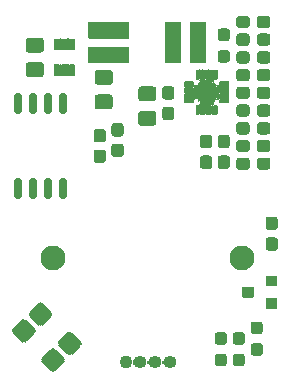
<source format=gbr>
G04 #@! TF.GenerationSoftware,KiCad,Pcbnew,(5.1.9)-1*
G04 #@! TF.CreationDate,2021-12-22T21:11:34+01:00*
G04 #@! TF.ProjectId,Omamori,4f6d616d-6f72-4692-9e6b-696361645f70,rev?*
G04 #@! TF.SameCoordinates,Original*
G04 #@! TF.FileFunction,Soldermask,Bot*
G04 #@! TF.FilePolarity,Negative*
%FSLAX46Y46*%
G04 Gerber Fmt 4.6, Leading zero omitted, Abs format (unit mm)*
G04 Created by KiCad (PCBNEW (5.1.9)-1) date 2021-12-22 21:11:34*
%MOMM*%
%LPD*%
G01*
G04 APERTURE LIST*
%ADD10C,2.102000*%
%ADD11C,1.102000*%
%ADD12O,1.102000X1.102000*%
%ADD13C,0.100000*%
G04 APERTURE END LIST*
G36*
G01*
X35297000Y-35224000D02*
X35823000Y-35224000D01*
G75*
G02*
X36086000Y-35487000I0J-263000D01*
G01*
X36086000Y-36113000D01*
G75*
G02*
X35823000Y-36376000I-263000J0D01*
G01*
X35297000Y-36376000D01*
G75*
G02*
X35034000Y-36113000I0J263000D01*
G01*
X35034000Y-35487000D01*
G75*
G02*
X35297000Y-35224000I263000J0D01*
G01*
G37*
G36*
G01*
X35297000Y-33474000D02*
X35823000Y-33474000D01*
G75*
G02*
X36086000Y-33737000I0J-263000D01*
G01*
X36086000Y-34363000D01*
G75*
G02*
X35823000Y-34626000I-263000J0D01*
G01*
X35297000Y-34626000D01*
G75*
G02*
X35034000Y-34363000I0J263000D01*
G01*
X35034000Y-33737000D01*
G75*
G02*
X35297000Y-33474000I263000J0D01*
G01*
G37*
G36*
G01*
X30979000Y-45078000D02*
X31505000Y-45078000D01*
G75*
G02*
X31768000Y-45341000I0J-263000D01*
G01*
X31768000Y-45892000D01*
G75*
G02*
X31505000Y-46155000I-263000J0D01*
G01*
X30979000Y-46155000D01*
G75*
G02*
X30716000Y-45892000I0J263000D01*
G01*
X30716000Y-45341000D01*
G75*
G02*
X30979000Y-45078000I263000J0D01*
G01*
G37*
G36*
G01*
X30979000Y-43253000D02*
X31505000Y-43253000D01*
G75*
G02*
X31768000Y-43516000I0J-263000D01*
G01*
X31768000Y-44067000D01*
G75*
G02*
X31505000Y-44330000I-263000J0D01*
G01*
X30979000Y-44330000D01*
G75*
G02*
X30716000Y-44067000I0J263000D01*
G01*
X30716000Y-43516000D01*
G75*
G02*
X30979000Y-43253000I263000J0D01*
G01*
G37*
G36*
G01*
X24514702Y-24529000D02*
X25523298Y-24529000D01*
G75*
G02*
X25795000Y-24800702I0J-271702D01*
G01*
X25795000Y-25534298D01*
G75*
G02*
X25523298Y-25806000I-271702J0D01*
G01*
X24514702Y-25806000D01*
G75*
G02*
X24243000Y-25534298I0J271702D01*
G01*
X24243000Y-24800702D01*
G75*
G02*
X24514702Y-24529000I271702J0D01*
G01*
G37*
G36*
G01*
X24514702Y-22454000D02*
X25523298Y-22454000D01*
G75*
G02*
X25795000Y-22725702I0J-271702D01*
G01*
X25795000Y-23459298D01*
G75*
G02*
X25523298Y-23731000I-271702J0D01*
G01*
X24514702Y-23731000D01*
G75*
G02*
X24243000Y-23459298I0J271702D01*
G01*
X24243000Y-22725702D01*
G75*
G02*
X24514702Y-22454000I271702J0D01*
G01*
G37*
D10*
X17000000Y-37000000D03*
X33000000Y-37000000D03*
G36*
G01*
X29624500Y-22099000D02*
X30475500Y-22099000D01*
G75*
G02*
X30901000Y-22524500I0J-425500D01*
G01*
X30901000Y-23375500D01*
G75*
G02*
X30475500Y-23801000I-425500J0D01*
G01*
X29624500Y-23801000D01*
G75*
G02*
X29199000Y-23375500I0J425500D01*
G01*
X29199000Y-22524500D01*
G75*
G02*
X29624500Y-22099000I425500J0D01*
G01*
G37*
G36*
G01*
X28212000Y-22024000D02*
X28913000Y-22024000D01*
G75*
G02*
X29001000Y-22112000I0J-88000D01*
G01*
X29001000Y-22288000D01*
G75*
G02*
X28913000Y-22376000I-88000J0D01*
G01*
X28212000Y-22376000D01*
G75*
G02*
X28124000Y-22288000I0J88000D01*
G01*
X28124000Y-22112000D01*
G75*
G02*
X28212000Y-22024000I88000J0D01*
G01*
G37*
G36*
G01*
X28212000Y-22524000D02*
X28913000Y-22524000D01*
G75*
G02*
X29001000Y-22612000I0J-88000D01*
G01*
X29001000Y-22788000D01*
G75*
G02*
X28913000Y-22876000I-88000J0D01*
G01*
X28212000Y-22876000D01*
G75*
G02*
X28124000Y-22788000I0J88000D01*
G01*
X28124000Y-22612000D01*
G75*
G02*
X28212000Y-22524000I88000J0D01*
G01*
G37*
G36*
G01*
X28212000Y-23024000D02*
X28913000Y-23024000D01*
G75*
G02*
X29001000Y-23112000I0J-88000D01*
G01*
X29001000Y-23288000D01*
G75*
G02*
X28913000Y-23376000I-88000J0D01*
G01*
X28212000Y-23376000D01*
G75*
G02*
X28124000Y-23288000I0J88000D01*
G01*
X28124000Y-23112000D01*
G75*
G02*
X28212000Y-23024000I88000J0D01*
G01*
G37*
G36*
G01*
X28212000Y-23524000D02*
X28913000Y-23524000D01*
G75*
G02*
X29001000Y-23612000I0J-88000D01*
G01*
X29001000Y-23788000D01*
G75*
G02*
X28913000Y-23876000I-88000J0D01*
G01*
X28212000Y-23876000D01*
G75*
G02*
X28124000Y-23788000I0J88000D01*
G01*
X28124000Y-23612000D01*
G75*
G02*
X28212000Y-23524000I88000J0D01*
G01*
G37*
G36*
G01*
X29212000Y-23999000D02*
X29388000Y-23999000D01*
G75*
G02*
X29476000Y-24087000I0J-88000D01*
G01*
X29476000Y-24788000D01*
G75*
G02*
X29388000Y-24876000I-88000J0D01*
G01*
X29212000Y-24876000D01*
G75*
G02*
X29124000Y-24788000I0J88000D01*
G01*
X29124000Y-24087000D01*
G75*
G02*
X29212000Y-23999000I88000J0D01*
G01*
G37*
G36*
G01*
X29712000Y-23999000D02*
X29888000Y-23999000D01*
G75*
G02*
X29976000Y-24087000I0J-88000D01*
G01*
X29976000Y-24788000D01*
G75*
G02*
X29888000Y-24876000I-88000J0D01*
G01*
X29712000Y-24876000D01*
G75*
G02*
X29624000Y-24788000I0J88000D01*
G01*
X29624000Y-24087000D01*
G75*
G02*
X29712000Y-23999000I88000J0D01*
G01*
G37*
G36*
G01*
X30212000Y-23999000D02*
X30388000Y-23999000D01*
G75*
G02*
X30476000Y-24087000I0J-88000D01*
G01*
X30476000Y-24788000D01*
G75*
G02*
X30388000Y-24876000I-88000J0D01*
G01*
X30212000Y-24876000D01*
G75*
G02*
X30124000Y-24788000I0J88000D01*
G01*
X30124000Y-24087000D01*
G75*
G02*
X30212000Y-23999000I88000J0D01*
G01*
G37*
G36*
G01*
X30712000Y-23999000D02*
X30888000Y-23999000D01*
G75*
G02*
X30976000Y-24087000I0J-88000D01*
G01*
X30976000Y-24788000D01*
G75*
G02*
X30888000Y-24876000I-88000J0D01*
G01*
X30712000Y-24876000D01*
G75*
G02*
X30624000Y-24788000I0J88000D01*
G01*
X30624000Y-24087000D01*
G75*
G02*
X30712000Y-23999000I88000J0D01*
G01*
G37*
G36*
G01*
X31187000Y-23524000D02*
X31888000Y-23524000D01*
G75*
G02*
X31976000Y-23612000I0J-88000D01*
G01*
X31976000Y-23788000D01*
G75*
G02*
X31888000Y-23876000I-88000J0D01*
G01*
X31187000Y-23876000D01*
G75*
G02*
X31099000Y-23788000I0J88000D01*
G01*
X31099000Y-23612000D01*
G75*
G02*
X31187000Y-23524000I88000J0D01*
G01*
G37*
G36*
G01*
X31187000Y-23024000D02*
X31888000Y-23024000D01*
G75*
G02*
X31976000Y-23112000I0J-88000D01*
G01*
X31976000Y-23288000D01*
G75*
G02*
X31888000Y-23376000I-88000J0D01*
G01*
X31187000Y-23376000D01*
G75*
G02*
X31099000Y-23288000I0J88000D01*
G01*
X31099000Y-23112000D01*
G75*
G02*
X31187000Y-23024000I88000J0D01*
G01*
G37*
G36*
G01*
X31187000Y-22524000D02*
X31888000Y-22524000D01*
G75*
G02*
X31976000Y-22612000I0J-88000D01*
G01*
X31976000Y-22788000D01*
G75*
G02*
X31888000Y-22876000I-88000J0D01*
G01*
X31187000Y-22876000D01*
G75*
G02*
X31099000Y-22788000I0J88000D01*
G01*
X31099000Y-22612000D01*
G75*
G02*
X31187000Y-22524000I88000J0D01*
G01*
G37*
G36*
G01*
X31187000Y-22024000D02*
X31888000Y-22024000D01*
G75*
G02*
X31976000Y-22112000I0J-88000D01*
G01*
X31976000Y-22288000D01*
G75*
G02*
X31888000Y-22376000I-88000J0D01*
G01*
X31187000Y-22376000D01*
G75*
G02*
X31099000Y-22288000I0J88000D01*
G01*
X31099000Y-22112000D01*
G75*
G02*
X31187000Y-22024000I88000J0D01*
G01*
G37*
G36*
G01*
X30712000Y-21024000D02*
X30888000Y-21024000D01*
G75*
G02*
X30976000Y-21112000I0J-88000D01*
G01*
X30976000Y-21813000D01*
G75*
G02*
X30888000Y-21901000I-88000J0D01*
G01*
X30712000Y-21901000D01*
G75*
G02*
X30624000Y-21813000I0J88000D01*
G01*
X30624000Y-21112000D01*
G75*
G02*
X30712000Y-21024000I88000J0D01*
G01*
G37*
G36*
G01*
X30212000Y-21024000D02*
X30388000Y-21024000D01*
G75*
G02*
X30476000Y-21112000I0J-88000D01*
G01*
X30476000Y-21813000D01*
G75*
G02*
X30388000Y-21901000I-88000J0D01*
G01*
X30212000Y-21901000D01*
G75*
G02*
X30124000Y-21813000I0J88000D01*
G01*
X30124000Y-21112000D01*
G75*
G02*
X30212000Y-21024000I88000J0D01*
G01*
G37*
G36*
G01*
X29712000Y-21024000D02*
X29888000Y-21024000D01*
G75*
G02*
X29976000Y-21112000I0J-88000D01*
G01*
X29976000Y-21813000D01*
G75*
G02*
X29888000Y-21901000I-88000J0D01*
G01*
X29712000Y-21901000D01*
G75*
G02*
X29624000Y-21813000I0J88000D01*
G01*
X29624000Y-21112000D01*
G75*
G02*
X29712000Y-21024000I88000J0D01*
G01*
G37*
G36*
G01*
X29212000Y-21024000D02*
X29388000Y-21024000D01*
G75*
G02*
X29476000Y-21112000I0J-88000D01*
G01*
X29476000Y-21813000D01*
G75*
G02*
X29388000Y-21901000I-88000J0D01*
G01*
X29212000Y-21901000D01*
G75*
G02*
X29124000Y-21813000I0J88000D01*
G01*
X29124000Y-21112000D01*
G75*
G02*
X29212000Y-21024000I88000J0D01*
G01*
G37*
G36*
G01*
X33029000Y-44330000D02*
X32503000Y-44330000D01*
G75*
G02*
X32240000Y-44067000I0J263000D01*
G01*
X32240000Y-43516000D01*
G75*
G02*
X32503000Y-43253000I263000J0D01*
G01*
X33029000Y-43253000D01*
G75*
G02*
X33292000Y-43516000I0J-263000D01*
G01*
X33292000Y-44067000D01*
G75*
G02*
X33029000Y-44330000I-263000J0D01*
G01*
G37*
G36*
G01*
X33029000Y-46155000D02*
X32503000Y-46155000D01*
G75*
G02*
X32240000Y-45892000I0J263000D01*
G01*
X32240000Y-45341000D01*
G75*
G02*
X32503000Y-45078000I263000J0D01*
G01*
X33029000Y-45078000D01*
G75*
G02*
X33292000Y-45341000I0J-263000D01*
G01*
X33292000Y-45892000D01*
G75*
G02*
X33029000Y-46155000I-263000J0D01*
G01*
G37*
G36*
G01*
X34027000Y-44189000D02*
X34553000Y-44189000D01*
G75*
G02*
X34816000Y-44452000I0J-263000D01*
G01*
X34816000Y-45003000D01*
G75*
G02*
X34553000Y-45266000I-263000J0D01*
G01*
X34027000Y-45266000D01*
G75*
G02*
X33764000Y-45003000I0J263000D01*
G01*
X33764000Y-44452000D01*
G75*
G02*
X34027000Y-44189000I263000J0D01*
G01*
G37*
G36*
G01*
X34027000Y-42364000D02*
X34553000Y-42364000D01*
G75*
G02*
X34816000Y-42627000I0J-263000D01*
G01*
X34816000Y-43178000D01*
G75*
G02*
X34553000Y-43441000I-263000J0D01*
G01*
X34027000Y-43441000D01*
G75*
G02*
X33764000Y-43178000I0J263000D01*
G01*
X33764000Y-42627000D01*
G75*
G02*
X34027000Y-42364000I263000J0D01*
G01*
G37*
G36*
G01*
X34045000Y-39478000D02*
X34045000Y-40278000D01*
G75*
G02*
X33994000Y-40329000I-51000J0D01*
G01*
X33094000Y-40329000D01*
G75*
G02*
X33043000Y-40278000I0J51000D01*
G01*
X33043000Y-39478000D01*
G75*
G02*
X33094000Y-39427000I51000J0D01*
G01*
X33994000Y-39427000D01*
G75*
G02*
X34045000Y-39478000I0J-51000D01*
G01*
G37*
G36*
G01*
X36045000Y-40428000D02*
X36045000Y-41228000D01*
G75*
G02*
X35994000Y-41279000I-51000J0D01*
G01*
X35094000Y-41279000D01*
G75*
G02*
X35043000Y-41228000I0J51000D01*
G01*
X35043000Y-40428000D01*
G75*
G02*
X35094000Y-40377000I51000J0D01*
G01*
X35994000Y-40377000D01*
G75*
G02*
X36045000Y-40428000I0J-51000D01*
G01*
G37*
G36*
G01*
X36045000Y-38528000D02*
X36045000Y-39328000D01*
G75*
G02*
X35994000Y-39379000I-51000J0D01*
G01*
X35094000Y-39379000D01*
G75*
G02*
X35043000Y-39328000I0J51000D01*
G01*
X35043000Y-38528000D01*
G75*
G02*
X35094000Y-38477000I51000J0D01*
G01*
X35994000Y-38477000D01*
G75*
G02*
X36045000Y-38528000I0J-51000D01*
G01*
G37*
D11*
X23250000Y-45800000D03*
D12*
X26980000Y-45800000D03*
X25710000Y-45800000D03*
X24440000Y-45800000D03*
G36*
G01*
X13919500Y-30249000D02*
X14270500Y-30249000D01*
G75*
G02*
X14446000Y-30424500I0J-175500D01*
G01*
X14446000Y-31775500D01*
G75*
G02*
X14270500Y-31951000I-175500J0D01*
G01*
X13919500Y-31951000D01*
G75*
G02*
X13744000Y-31775500I0J175500D01*
G01*
X13744000Y-30424500D01*
G75*
G02*
X13919500Y-30249000I175500J0D01*
G01*
G37*
G36*
G01*
X15189500Y-30249000D02*
X15540500Y-30249000D01*
G75*
G02*
X15716000Y-30424500I0J-175500D01*
G01*
X15716000Y-31775500D01*
G75*
G02*
X15540500Y-31951000I-175500J0D01*
G01*
X15189500Y-31951000D01*
G75*
G02*
X15014000Y-31775500I0J175500D01*
G01*
X15014000Y-30424500D01*
G75*
G02*
X15189500Y-30249000I175500J0D01*
G01*
G37*
G36*
G01*
X16459500Y-30249000D02*
X16810500Y-30249000D01*
G75*
G02*
X16986000Y-30424500I0J-175500D01*
G01*
X16986000Y-31775500D01*
G75*
G02*
X16810500Y-31951000I-175500J0D01*
G01*
X16459500Y-31951000D01*
G75*
G02*
X16284000Y-31775500I0J175500D01*
G01*
X16284000Y-30424500D01*
G75*
G02*
X16459500Y-30249000I175500J0D01*
G01*
G37*
G36*
G01*
X17729500Y-30249000D02*
X18080500Y-30249000D01*
G75*
G02*
X18256000Y-30424500I0J-175500D01*
G01*
X18256000Y-31775500D01*
G75*
G02*
X18080500Y-31951000I-175500J0D01*
G01*
X17729500Y-31951000D01*
G75*
G02*
X17554000Y-31775500I0J175500D01*
G01*
X17554000Y-30424500D01*
G75*
G02*
X17729500Y-30249000I175500J0D01*
G01*
G37*
G36*
G01*
X17729500Y-23049000D02*
X18080500Y-23049000D01*
G75*
G02*
X18256000Y-23224500I0J-175500D01*
G01*
X18256000Y-24575500D01*
G75*
G02*
X18080500Y-24751000I-175500J0D01*
G01*
X17729500Y-24751000D01*
G75*
G02*
X17554000Y-24575500I0J175500D01*
G01*
X17554000Y-23224500D01*
G75*
G02*
X17729500Y-23049000I175500J0D01*
G01*
G37*
G36*
G01*
X16459500Y-23049000D02*
X16810500Y-23049000D01*
G75*
G02*
X16986000Y-23224500I0J-175500D01*
G01*
X16986000Y-24575500D01*
G75*
G02*
X16810500Y-24751000I-175500J0D01*
G01*
X16459500Y-24751000D01*
G75*
G02*
X16284000Y-24575500I0J175500D01*
G01*
X16284000Y-23224500D01*
G75*
G02*
X16459500Y-23049000I175500J0D01*
G01*
G37*
G36*
G01*
X15189500Y-23049000D02*
X15540500Y-23049000D01*
G75*
G02*
X15716000Y-23224500I0J-175500D01*
G01*
X15716000Y-24575500D01*
G75*
G02*
X15540500Y-24751000I-175500J0D01*
G01*
X15189500Y-24751000D01*
G75*
G02*
X15014000Y-24575500I0J175500D01*
G01*
X15014000Y-23224500D01*
G75*
G02*
X15189500Y-23049000I175500J0D01*
G01*
G37*
G36*
G01*
X13919500Y-23049000D02*
X14270500Y-23049000D01*
G75*
G02*
X14446000Y-23224500I0J-175500D01*
G01*
X14446000Y-24575500D01*
G75*
G02*
X14270500Y-24751000I-175500J0D01*
G01*
X13919500Y-24751000D01*
G75*
G02*
X13744000Y-24575500I0J175500D01*
G01*
X13744000Y-23224500D01*
G75*
G02*
X13919500Y-23049000I175500J0D01*
G01*
G37*
G36*
G01*
X20831702Y-23132000D02*
X21840298Y-23132000D01*
G75*
G02*
X22112000Y-23403702I0J-271702D01*
G01*
X22112000Y-24137298D01*
G75*
G02*
X21840298Y-24409000I-271702J0D01*
G01*
X20831702Y-24409000D01*
G75*
G02*
X20560000Y-24137298I0J271702D01*
G01*
X20560000Y-23403702D01*
G75*
G02*
X20831702Y-23132000I271702J0D01*
G01*
G37*
G36*
G01*
X20831702Y-21057000D02*
X21840298Y-21057000D01*
G75*
G02*
X22112000Y-21328702I0J-271702D01*
G01*
X22112000Y-22062298D01*
G75*
G02*
X21840298Y-22334000I-271702J0D01*
G01*
X20831702Y-22334000D01*
G75*
G02*
X20560000Y-22062298I0J271702D01*
G01*
X20560000Y-21328702D01*
G75*
G02*
X20831702Y-21057000I271702J0D01*
G01*
G37*
G36*
G01*
X14995702Y-20399000D02*
X16004298Y-20399000D01*
G75*
G02*
X16276000Y-20670702I0J-271702D01*
G01*
X16276000Y-21404298D01*
G75*
G02*
X16004298Y-21676000I-271702J0D01*
G01*
X14995702Y-21676000D01*
G75*
G02*
X14724000Y-21404298I0J271702D01*
G01*
X14724000Y-20670702D01*
G75*
G02*
X14995702Y-20399000I271702J0D01*
G01*
G37*
G36*
G01*
X14995702Y-18324000D02*
X16004298Y-18324000D01*
G75*
G02*
X16276000Y-18595702I0J-271702D01*
G01*
X16276000Y-19329298D01*
G75*
G02*
X16004298Y-19601000I-271702J0D01*
G01*
X14995702Y-19601000D01*
G75*
G02*
X14724000Y-19329298I0J271702D01*
G01*
X14724000Y-18595702D01*
G75*
G02*
X14995702Y-18324000I271702J0D01*
G01*
G37*
G36*
G01*
X33701000Y-16737000D02*
X33701000Y-17263000D01*
G75*
G02*
X33438000Y-17526000I-263000J0D01*
G01*
X32812000Y-17526000D01*
G75*
G02*
X32549000Y-17263000I0J263000D01*
G01*
X32549000Y-16737000D01*
G75*
G02*
X32812000Y-16474000I263000J0D01*
G01*
X33438000Y-16474000D01*
G75*
G02*
X33701000Y-16737000I0J-263000D01*
G01*
G37*
G36*
G01*
X35451000Y-16737000D02*
X35451000Y-17263000D01*
G75*
G02*
X35188000Y-17526000I-263000J0D01*
G01*
X34562000Y-17526000D01*
G75*
G02*
X34299000Y-17263000I0J263000D01*
G01*
X34299000Y-16737000D01*
G75*
G02*
X34562000Y-16474000I263000J0D01*
G01*
X35188000Y-16474000D01*
G75*
G02*
X35451000Y-16737000I0J-263000D01*
G01*
G37*
G36*
G01*
X31763000Y-18626000D02*
X31237000Y-18626000D01*
G75*
G02*
X30974000Y-18363000I0J263000D01*
G01*
X30974000Y-17812000D01*
G75*
G02*
X31237000Y-17549000I263000J0D01*
G01*
X31763000Y-17549000D01*
G75*
G02*
X32026000Y-17812000I0J-263000D01*
G01*
X32026000Y-18363000D01*
G75*
G02*
X31763000Y-18626000I-263000J0D01*
G01*
G37*
G36*
G01*
X31763000Y-20451000D02*
X31237000Y-20451000D01*
G75*
G02*
X30974000Y-20188000I0J263000D01*
G01*
X30974000Y-19637000D01*
G75*
G02*
X31237000Y-19374000I263000J0D01*
G01*
X31763000Y-19374000D01*
G75*
G02*
X32026000Y-19637000I0J-263000D01*
G01*
X32026000Y-20188000D01*
G75*
G02*
X31763000Y-20451000I-263000J0D01*
G01*
G37*
G36*
G01*
X17902647Y-45919983D02*
X17327769Y-46494861D01*
G75*
G02*
X16752891Y-46494861I-287439J287439D01*
G01*
X16178013Y-45919983D01*
G75*
G02*
X16178013Y-45345105I287439J287439D01*
G01*
X16752891Y-44770227D01*
G75*
G02*
X17327769Y-44770227I287439J-287439D01*
G01*
X17902647Y-45345105D01*
G75*
G02*
X17902647Y-45919983I-287439J-287439D01*
G01*
G37*
G36*
G01*
X19316861Y-44505769D02*
X18741983Y-45080647D01*
G75*
G02*
X18167105Y-45080647I-287439J287439D01*
G01*
X17592227Y-44505769D01*
G75*
G02*
X17592227Y-43930891I287439J287439D01*
G01*
X18167105Y-43356013D01*
G75*
G02*
X18741983Y-43356013I287439J-287439D01*
G01*
X19316861Y-43930891D01*
G75*
G02*
X19316861Y-44505769I-287439J-287439D01*
G01*
G37*
G36*
G01*
X16841987Y-42030895D02*
X16267109Y-42605773D01*
G75*
G02*
X15692231Y-42605773I-287439J287439D01*
G01*
X15117353Y-42030895D01*
G75*
G02*
X15117353Y-41456017I287439J287439D01*
G01*
X15692231Y-40881139D01*
G75*
G02*
X16267109Y-40881139I287439J-287439D01*
G01*
X16841987Y-41456017D01*
G75*
G02*
X16841987Y-42030895I-287439J-287439D01*
G01*
G37*
G36*
G01*
X15427773Y-43445109D02*
X14852895Y-44019987D01*
G75*
G02*
X14278017Y-44019987I-287439J287439D01*
G01*
X13703139Y-43445109D01*
G75*
G02*
X13703139Y-42870231I287439J287439D01*
G01*
X14278017Y-42295353D01*
G75*
G02*
X14852895Y-42295353I287439J-287439D01*
G01*
X15427773Y-42870231D01*
G75*
G02*
X15427773Y-43445109I-287439J-287439D01*
G01*
G37*
G36*
G01*
X23450000Y-18401000D02*
X20050000Y-18401000D01*
G75*
G02*
X19999000Y-18350000I0J51000D01*
G01*
X19999000Y-17050000D01*
G75*
G02*
X20050000Y-16999000I51000J0D01*
G01*
X23450000Y-16999000D01*
G75*
G02*
X23501000Y-17050000I0J-51000D01*
G01*
X23501000Y-18350000D01*
G75*
G02*
X23450000Y-18401000I-51000J0D01*
G01*
G37*
G36*
G01*
X23450000Y-20501000D02*
X20050000Y-20501000D01*
G75*
G02*
X19999000Y-20450000I0J51000D01*
G01*
X19999000Y-19150000D01*
G75*
G02*
X20050000Y-19099000I51000J0D01*
G01*
X23450000Y-19099000D01*
G75*
G02*
X23501000Y-19150000I0J-51000D01*
G01*
X23501000Y-20450000D01*
G75*
G02*
X23450000Y-20501000I-51000J0D01*
G01*
G37*
G36*
G01*
X27901000Y-17050000D02*
X27901000Y-20450000D01*
G75*
G02*
X27850000Y-20501000I-51000J0D01*
G01*
X26550000Y-20501000D01*
G75*
G02*
X26499000Y-20450000I0J51000D01*
G01*
X26499000Y-17050000D01*
G75*
G02*
X26550000Y-16999000I51000J0D01*
G01*
X27850000Y-16999000D01*
G75*
G02*
X27901000Y-17050000I0J-51000D01*
G01*
G37*
G36*
G01*
X30001000Y-17050000D02*
X30001000Y-20450000D01*
G75*
G02*
X29950000Y-20501000I-51000J0D01*
G01*
X28650000Y-20501000D01*
G75*
G02*
X28599000Y-20450000I0J51000D01*
G01*
X28599000Y-17050000D01*
G75*
G02*
X28650000Y-16999000I51000J0D01*
G01*
X29950000Y-16999000D01*
G75*
G02*
X30001000Y-17050000I0J-51000D01*
G01*
G37*
G36*
G01*
X33701000Y-19737000D02*
X33701000Y-20263000D01*
G75*
G02*
X33438000Y-20526000I-263000J0D01*
G01*
X32812000Y-20526000D01*
G75*
G02*
X32549000Y-20263000I0J263000D01*
G01*
X32549000Y-19737000D01*
G75*
G02*
X32812000Y-19474000I263000J0D01*
G01*
X33438000Y-19474000D01*
G75*
G02*
X33701000Y-19737000I0J-263000D01*
G01*
G37*
G36*
G01*
X35451000Y-19737000D02*
X35451000Y-20263000D01*
G75*
G02*
X35188000Y-20526000I-263000J0D01*
G01*
X34562000Y-20526000D01*
G75*
G02*
X34299000Y-20263000I0J263000D01*
G01*
X34299000Y-19737000D01*
G75*
G02*
X34562000Y-19474000I263000J0D01*
G01*
X35188000Y-19474000D01*
G75*
G02*
X35451000Y-19737000I0J-263000D01*
G01*
G37*
G36*
G01*
X18850000Y-19401000D02*
X18450000Y-19401000D01*
G75*
G02*
X18399000Y-19350000I0J51000D01*
G01*
X18399000Y-18450000D01*
G75*
G02*
X18450000Y-18399000I51000J0D01*
G01*
X18850000Y-18399000D01*
G75*
G02*
X18901000Y-18450000I0J-51000D01*
G01*
X18901000Y-19350000D01*
G75*
G02*
X18850000Y-19401000I-51000J0D01*
G01*
G37*
G36*
G01*
X17550000Y-19401000D02*
X17150000Y-19401000D01*
G75*
G02*
X17099000Y-19350000I0J51000D01*
G01*
X17099000Y-18450000D01*
G75*
G02*
X17150000Y-18399000I51000J0D01*
G01*
X17550000Y-18399000D01*
G75*
G02*
X17601000Y-18450000I0J-51000D01*
G01*
X17601000Y-19350000D01*
G75*
G02*
X17550000Y-19401000I-51000J0D01*
G01*
G37*
G36*
G01*
X18200000Y-21601000D02*
X17800000Y-21601000D01*
G75*
G02*
X17749000Y-21550000I0J51000D01*
G01*
X17749000Y-20650000D01*
G75*
G02*
X17800000Y-20599000I51000J0D01*
G01*
X18200000Y-20599000D01*
G75*
G02*
X18251000Y-20650000I0J-51000D01*
G01*
X18251000Y-21550000D01*
G75*
G02*
X18200000Y-21601000I-51000J0D01*
G01*
G37*
G36*
G01*
X18200000Y-19401000D02*
X17800000Y-19401000D01*
G75*
G02*
X17749000Y-19350000I0J51000D01*
G01*
X17749000Y-18450000D01*
G75*
G02*
X17800000Y-18399000I51000J0D01*
G01*
X18200000Y-18399000D01*
G75*
G02*
X18251000Y-18450000I0J-51000D01*
G01*
X18251000Y-19350000D01*
G75*
G02*
X18200000Y-19401000I-51000J0D01*
G01*
G37*
G36*
G01*
X17550000Y-21601000D02*
X17150000Y-21601000D01*
G75*
G02*
X17099000Y-21550000I0J51000D01*
G01*
X17099000Y-20650000D01*
G75*
G02*
X17150000Y-20599000I51000J0D01*
G01*
X17550000Y-20599000D01*
G75*
G02*
X17601000Y-20650000I0J-51000D01*
G01*
X17601000Y-21550000D01*
G75*
G02*
X17550000Y-21601000I-51000J0D01*
G01*
G37*
G36*
G01*
X18850000Y-21601000D02*
X18450000Y-21601000D01*
G75*
G02*
X18399000Y-21550000I0J51000D01*
G01*
X18399000Y-20650000D01*
G75*
G02*
X18450000Y-20599000I51000J0D01*
G01*
X18850000Y-20599000D01*
G75*
G02*
X18901000Y-20650000I0J-51000D01*
G01*
X18901000Y-21550000D01*
G75*
G02*
X18850000Y-21601000I-51000J0D01*
G01*
G37*
G36*
G01*
X34299000Y-23263000D02*
X34299000Y-22737000D01*
G75*
G02*
X34562000Y-22474000I263000J0D01*
G01*
X35188000Y-22474000D01*
G75*
G02*
X35451000Y-22737000I0J-263000D01*
G01*
X35451000Y-23263000D01*
G75*
G02*
X35188000Y-23526000I-263000J0D01*
G01*
X34562000Y-23526000D01*
G75*
G02*
X34299000Y-23263000I0J263000D01*
G01*
G37*
G36*
G01*
X32549000Y-23263000D02*
X32549000Y-22737000D01*
G75*
G02*
X32812000Y-22474000I263000J0D01*
G01*
X33438000Y-22474000D01*
G75*
G02*
X33701000Y-22737000I0J-263000D01*
G01*
X33701000Y-23263000D01*
G75*
G02*
X33438000Y-23526000I-263000J0D01*
G01*
X32812000Y-23526000D01*
G75*
G02*
X32549000Y-23263000I0J263000D01*
G01*
G37*
G36*
G01*
X34299000Y-27763000D02*
X34299000Y-27237000D01*
G75*
G02*
X34562000Y-26974000I263000J0D01*
G01*
X35188000Y-26974000D01*
G75*
G02*
X35451000Y-27237000I0J-263000D01*
G01*
X35451000Y-27763000D01*
G75*
G02*
X35188000Y-28026000I-263000J0D01*
G01*
X34562000Y-28026000D01*
G75*
G02*
X34299000Y-27763000I0J263000D01*
G01*
G37*
G36*
G01*
X32549000Y-27763000D02*
X32549000Y-27237000D01*
G75*
G02*
X32812000Y-26974000I263000J0D01*
G01*
X33438000Y-26974000D01*
G75*
G02*
X33701000Y-27237000I0J-263000D01*
G01*
X33701000Y-27763000D01*
G75*
G02*
X33438000Y-28026000I-263000J0D01*
G01*
X32812000Y-28026000D01*
G75*
G02*
X32549000Y-27763000I0J263000D01*
G01*
G37*
G36*
G01*
X33701000Y-25737000D02*
X33701000Y-26263000D01*
G75*
G02*
X33438000Y-26526000I-263000J0D01*
G01*
X32812000Y-26526000D01*
G75*
G02*
X32549000Y-26263000I0J263000D01*
G01*
X32549000Y-25737000D01*
G75*
G02*
X32812000Y-25474000I263000J0D01*
G01*
X33438000Y-25474000D01*
G75*
G02*
X33701000Y-25737000I0J-263000D01*
G01*
G37*
G36*
G01*
X35451000Y-25737000D02*
X35451000Y-26263000D01*
G75*
G02*
X35188000Y-26526000I-263000J0D01*
G01*
X34562000Y-26526000D01*
G75*
G02*
X34299000Y-26263000I0J263000D01*
G01*
X34299000Y-25737000D01*
G75*
G02*
X34562000Y-25474000I263000J0D01*
G01*
X35188000Y-25474000D01*
G75*
G02*
X35451000Y-25737000I0J-263000D01*
G01*
G37*
G36*
G01*
X34299000Y-24763000D02*
X34299000Y-24237000D01*
G75*
G02*
X34562000Y-23974000I263000J0D01*
G01*
X35188000Y-23974000D01*
G75*
G02*
X35451000Y-24237000I0J-263000D01*
G01*
X35451000Y-24763000D01*
G75*
G02*
X35188000Y-25026000I-263000J0D01*
G01*
X34562000Y-25026000D01*
G75*
G02*
X34299000Y-24763000I0J263000D01*
G01*
G37*
G36*
G01*
X32549000Y-24763000D02*
X32549000Y-24237000D01*
G75*
G02*
X32812000Y-23974000I263000J0D01*
G01*
X33438000Y-23974000D01*
G75*
G02*
X33701000Y-24237000I0J-263000D01*
G01*
X33701000Y-24763000D01*
G75*
G02*
X33438000Y-25026000I-263000J0D01*
G01*
X32812000Y-25026000D01*
G75*
G02*
X32549000Y-24763000I0J263000D01*
G01*
G37*
G36*
G01*
X29737000Y-28299000D02*
X30263000Y-28299000D01*
G75*
G02*
X30526000Y-28562000I0J-263000D01*
G01*
X30526000Y-29188000D01*
G75*
G02*
X30263000Y-29451000I-263000J0D01*
G01*
X29737000Y-29451000D01*
G75*
G02*
X29474000Y-29188000I0J263000D01*
G01*
X29474000Y-28562000D01*
G75*
G02*
X29737000Y-28299000I263000J0D01*
G01*
G37*
G36*
G01*
X29737000Y-26549000D02*
X30263000Y-26549000D01*
G75*
G02*
X30526000Y-26812000I0J-263000D01*
G01*
X30526000Y-27438000D01*
G75*
G02*
X30263000Y-27701000I-263000J0D01*
G01*
X29737000Y-27701000D01*
G75*
G02*
X29474000Y-27438000I0J263000D01*
G01*
X29474000Y-26812000D01*
G75*
G02*
X29737000Y-26549000I263000J0D01*
G01*
G37*
G36*
G01*
X31237000Y-28299000D02*
X31763000Y-28299000D01*
G75*
G02*
X32026000Y-28562000I0J-263000D01*
G01*
X32026000Y-29188000D01*
G75*
G02*
X31763000Y-29451000I-263000J0D01*
G01*
X31237000Y-29451000D01*
G75*
G02*
X30974000Y-29188000I0J263000D01*
G01*
X30974000Y-28562000D01*
G75*
G02*
X31237000Y-28299000I263000J0D01*
G01*
G37*
G36*
G01*
X31237000Y-26549000D02*
X31763000Y-26549000D01*
G75*
G02*
X32026000Y-26812000I0J-263000D01*
G01*
X32026000Y-27438000D01*
G75*
G02*
X31763000Y-27701000I-263000J0D01*
G01*
X31237000Y-27701000D01*
G75*
G02*
X30974000Y-27438000I0J263000D01*
G01*
X30974000Y-26812000D01*
G75*
G02*
X31237000Y-26549000I263000J0D01*
G01*
G37*
G36*
G01*
X33701000Y-28737000D02*
X33701000Y-29263000D01*
G75*
G02*
X33438000Y-29526000I-263000J0D01*
G01*
X32812000Y-29526000D01*
G75*
G02*
X32549000Y-29263000I0J263000D01*
G01*
X32549000Y-28737000D01*
G75*
G02*
X32812000Y-28474000I263000J0D01*
G01*
X33438000Y-28474000D01*
G75*
G02*
X33701000Y-28737000I0J-263000D01*
G01*
G37*
G36*
G01*
X35451000Y-28737000D02*
X35451000Y-29263000D01*
G75*
G02*
X35188000Y-29526000I-263000J0D01*
G01*
X34562000Y-29526000D01*
G75*
G02*
X34299000Y-29263000I0J263000D01*
G01*
X34299000Y-28737000D01*
G75*
G02*
X34562000Y-28474000I263000J0D01*
G01*
X35188000Y-28474000D01*
G75*
G02*
X35451000Y-28737000I0J-263000D01*
G01*
G37*
G36*
G01*
X22763000Y-26701000D02*
X22237000Y-26701000D01*
G75*
G02*
X21974000Y-26438000I0J263000D01*
G01*
X21974000Y-25812000D01*
G75*
G02*
X22237000Y-25549000I263000J0D01*
G01*
X22763000Y-25549000D01*
G75*
G02*
X23026000Y-25812000I0J-263000D01*
G01*
X23026000Y-26438000D01*
G75*
G02*
X22763000Y-26701000I-263000J0D01*
G01*
G37*
G36*
G01*
X22763000Y-28451000D02*
X22237000Y-28451000D01*
G75*
G02*
X21974000Y-28188000I0J263000D01*
G01*
X21974000Y-27562000D01*
G75*
G02*
X22237000Y-27299000I263000J0D01*
G01*
X22763000Y-27299000D01*
G75*
G02*
X23026000Y-27562000I0J-263000D01*
G01*
X23026000Y-28188000D01*
G75*
G02*
X22763000Y-28451000I-263000J0D01*
G01*
G37*
G36*
G01*
X34299000Y-21763000D02*
X34299000Y-21237000D01*
G75*
G02*
X34562000Y-20974000I263000J0D01*
G01*
X35188000Y-20974000D01*
G75*
G02*
X35451000Y-21237000I0J-263000D01*
G01*
X35451000Y-21763000D01*
G75*
G02*
X35188000Y-22026000I-263000J0D01*
G01*
X34562000Y-22026000D01*
G75*
G02*
X34299000Y-21763000I0J263000D01*
G01*
G37*
G36*
G01*
X32549000Y-21763000D02*
X32549000Y-21237000D01*
G75*
G02*
X32812000Y-20974000I263000J0D01*
G01*
X33438000Y-20974000D01*
G75*
G02*
X33701000Y-21237000I0J-263000D01*
G01*
X33701000Y-21763000D01*
G75*
G02*
X33438000Y-22026000I-263000J0D01*
G01*
X32812000Y-22026000D01*
G75*
G02*
X32549000Y-21763000I0J263000D01*
G01*
G37*
G36*
G01*
X21263000Y-27201000D02*
X20737000Y-27201000D01*
G75*
G02*
X20474000Y-26938000I0J263000D01*
G01*
X20474000Y-26312000D01*
G75*
G02*
X20737000Y-26049000I263000J0D01*
G01*
X21263000Y-26049000D01*
G75*
G02*
X21526000Y-26312000I0J-263000D01*
G01*
X21526000Y-26938000D01*
G75*
G02*
X21263000Y-27201000I-263000J0D01*
G01*
G37*
G36*
G01*
X21263000Y-28951000D02*
X20737000Y-28951000D01*
G75*
G02*
X20474000Y-28688000I0J263000D01*
G01*
X20474000Y-28062000D01*
G75*
G02*
X20737000Y-27799000I263000J0D01*
G01*
X21263000Y-27799000D01*
G75*
G02*
X21526000Y-28062000I0J-263000D01*
G01*
X21526000Y-28688000D01*
G75*
G02*
X21263000Y-28951000I-263000J0D01*
G01*
G37*
G36*
G01*
X34299000Y-18763000D02*
X34299000Y-18237000D01*
G75*
G02*
X34562000Y-17974000I263000J0D01*
G01*
X35188000Y-17974000D01*
G75*
G02*
X35451000Y-18237000I0J-263000D01*
G01*
X35451000Y-18763000D01*
G75*
G02*
X35188000Y-19026000I-263000J0D01*
G01*
X34562000Y-19026000D01*
G75*
G02*
X34299000Y-18763000I0J263000D01*
G01*
G37*
G36*
G01*
X32549000Y-18763000D02*
X32549000Y-18237000D01*
G75*
G02*
X32812000Y-17974000I263000J0D01*
G01*
X33438000Y-17974000D01*
G75*
G02*
X33701000Y-18237000I0J-263000D01*
G01*
X33701000Y-18763000D01*
G75*
G02*
X33438000Y-19026000I-263000J0D01*
G01*
X32812000Y-19026000D01*
G75*
G02*
X32549000Y-18763000I0J263000D01*
G01*
G37*
G36*
G01*
X26534000Y-22425000D02*
X27060000Y-22425000D01*
G75*
G02*
X27323000Y-22688000I0J-263000D01*
G01*
X27323000Y-23314000D01*
G75*
G02*
X27060000Y-23577000I-263000J0D01*
G01*
X26534000Y-23577000D01*
G75*
G02*
X26271000Y-23314000I0J263000D01*
G01*
X26271000Y-22688000D01*
G75*
G02*
X26534000Y-22425000I263000J0D01*
G01*
G37*
G36*
G01*
X26534000Y-24175000D02*
X27060000Y-24175000D01*
G75*
G02*
X27323000Y-24438000I0J-263000D01*
G01*
X27323000Y-25064000D01*
G75*
G02*
X27060000Y-25327000I-263000J0D01*
G01*
X26534000Y-25327000D01*
G75*
G02*
X26271000Y-25064000I0J263000D01*
G01*
X26271000Y-24438000D01*
G75*
G02*
X26534000Y-24175000I263000J0D01*
G01*
G37*
D13*
G36*
X16754171Y-46493324D02*
G01*
X16815607Y-46543743D01*
X16885538Y-46581122D01*
X16961421Y-46604141D01*
X17040330Y-46611913D01*
X17119239Y-46604141D01*
X17195122Y-46581122D01*
X17265053Y-46543743D01*
X17326489Y-46493324D01*
X17328463Y-46492998D01*
X17329731Y-46494544D01*
X17329172Y-46496284D01*
X17289326Y-46536130D01*
X17289181Y-46536262D01*
X17232380Y-46582878D01*
X17232054Y-46583096D01*
X17172684Y-46614830D01*
X17172322Y-46614980D01*
X17107904Y-46634521D01*
X17107519Y-46634597D01*
X17040526Y-46641195D01*
X17040134Y-46641195D01*
X16973141Y-46634597D01*
X16972756Y-46634521D01*
X16908338Y-46614980D01*
X16907976Y-46614830D01*
X16848606Y-46583096D01*
X16848280Y-46582878D01*
X16791479Y-46536262D01*
X16791334Y-46536130D01*
X16751488Y-46496284D01*
X16750970Y-46494352D01*
X16752384Y-46492938D01*
X16754171Y-46493324D01*
G37*
G36*
X23954673Y-45542228D02*
G01*
X23954727Y-45543878D01*
X23914650Y-45640635D01*
X23893653Y-45746192D01*
X23893653Y-45853808D01*
X23914650Y-45959365D01*
X23954727Y-46056122D01*
X23954466Y-46058105D01*
X23952618Y-46058870D01*
X23951216Y-46057998D01*
X23947325Y-46052175D01*
X23931966Y-46033460D01*
X23913329Y-46018165D01*
X23892066Y-46006800D01*
X23868991Y-45999800D01*
X23844999Y-45997437D01*
X23821008Y-45999800D01*
X23797933Y-46006800D01*
X23776670Y-46018165D01*
X23758033Y-46033461D01*
X23742675Y-46052175D01*
X23738784Y-46057998D01*
X23736990Y-46058883D01*
X23735327Y-46057772D01*
X23735273Y-46056122D01*
X23775350Y-45959365D01*
X23796347Y-45853808D01*
X23796347Y-45746192D01*
X23775350Y-45640635D01*
X23735273Y-45543878D01*
X23735534Y-45541895D01*
X23737382Y-45541130D01*
X23738784Y-45542002D01*
X23742675Y-45547825D01*
X23758034Y-45566540D01*
X23776671Y-45581835D01*
X23797934Y-45593200D01*
X23821009Y-45600200D01*
X23845001Y-45602563D01*
X23868992Y-45600200D01*
X23892067Y-45593200D01*
X23913330Y-45581835D01*
X23931967Y-45566539D01*
X23947325Y-45547825D01*
X23951216Y-45542002D01*
X23953010Y-45541117D01*
X23954673Y-45542228D01*
G37*
G36*
X25189287Y-45627256D02*
G01*
X25189437Y-45629077D01*
X25184650Y-45640635D01*
X25163653Y-45746192D01*
X25163653Y-45853808D01*
X25184650Y-45959365D01*
X25189437Y-45970923D01*
X25189176Y-45972906D01*
X25187328Y-45973671D01*
X25185825Y-45972631D01*
X25177262Y-45956609D01*
X25161967Y-45937972D01*
X25143330Y-45922677D01*
X25122066Y-45911312D01*
X25098991Y-45904312D01*
X25075000Y-45901949D01*
X25051009Y-45904312D01*
X25027934Y-45911312D01*
X25006670Y-45922677D01*
X24988033Y-45937972D01*
X24972738Y-45956609D01*
X24964175Y-45972631D01*
X24962476Y-45973687D01*
X24960713Y-45972744D01*
X24960563Y-45970923D01*
X24965350Y-45959365D01*
X24986347Y-45853808D01*
X24986347Y-45746192D01*
X24965350Y-45640635D01*
X24960563Y-45629077D01*
X24960824Y-45627094D01*
X24962672Y-45626329D01*
X24964175Y-45627369D01*
X24972738Y-45643391D01*
X24988033Y-45662028D01*
X25006670Y-45677323D01*
X25027934Y-45688688D01*
X25051009Y-45695688D01*
X25075000Y-45698051D01*
X25098991Y-45695688D01*
X25122066Y-45688688D01*
X25143330Y-45677323D01*
X25161967Y-45662028D01*
X25177262Y-45643391D01*
X25185825Y-45627369D01*
X25187524Y-45626313D01*
X25189287Y-45627256D01*
G37*
G36*
X26459287Y-45627256D02*
G01*
X26459437Y-45629077D01*
X26454650Y-45640635D01*
X26433653Y-45746192D01*
X26433653Y-45853808D01*
X26454650Y-45959365D01*
X26459437Y-45970923D01*
X26459176Y-45972906D01*
X26457328Y-45973671D01*
X26455825Y-45972631D01*
X26447262Y-45956609D01*
X26431967Y-45937972D01*
X26413330Y-45922677D01*
X26392066Y-45911312D01*
X26368991Y-45904312D01*
X26345000Y-45901949D01*
X26321009Y-45904312D01*
X26297934Y-45911312D01*
X26276670Y-45922677D01*
X26258033Y-45937972D01*
X26242738Y-45956609D01*
X26234175Y-45972631D01*
X26232476Y-45973687D01*
X26230713Y-45972744D01*
X26230563Y-45970923D01*
X26235350Y-45959365D01*
X26256347Y-45853808D01*
X26256347Y-45746192D01*
X26235350Y-45640635D01*
X26230563Y-45629077D01*
X26230824Y-45627094D01*
X26232672Y-45626329D01*
X26234175Y-45627369D01*
X26242738Y-45643391D01*
X26258033Y-45662028D01*
X26276670Y-45677323D01*
X26297934Y-45688688D01*
X26321009Y-45695688D01*
X26345000Y-45698051D01*
X26368991Y-45695688D01*
X26392066Y-45688688D01*
X26413330Y-45677323D01*
X26431967Y-45662028D01*
X26447262Y-45643391D01*
X26455825Y-45627369D01*
X26457524Y-45626313D01*
X26459287Y-45627256D01*
G37*
G36*
X16179936Y-45344598D02*
G01*
X16179550Y-45346385D01*
X16129131Y-45407821D01*
X16091752Y-45477752D01*
X16068733Y-45553635D01*
X16060961Y-45632544D01*
X16068733Y-45711453D01*
X16091752Y-45787336D01*
X16129131Y-45857267D01*
X16179550Y-45918703D01*
X16179876Y-45920677D01*
X16178330Y-45921945D01*
X16176590Y-45921386D01*
X16136744Y-45881540D01*
X16136612Y-45881395D01*
X16089996Y-45824594D01*
X16089778Y-45824268D01*
X16058044Y-45764898D01*
X16057894Y-45764536D01*
X16038353Y-45700118D01*
X16038277Y-45699733D01*
X16031679Y-45632740D01*
X16031679Y-45632348D01*
X16038277Y-45565355D01*
X16038353Y-45564970D01*
X16057894Y-45500552D01*
X16058044Y-45500190D01*
X16089778Y-45440820D01*
X16089996Y-45440494D01*
X16136612Y-45383693D01*
X16136744Y-45383548D01*
X16176590Y-45343702D01*
X16178522Y-45343184D01*
X16179936Y-45344598D01*
G37*
G36*
X17904070Y-45343702D02*
G01*
X17943916Y-45383548D01*
X17944048Y-45383693D01*
X17990664Y-45440494D01*
X17990882Y-45440820D01*
X18022616Y-45500190D01*
X18022766Y-45500552D01*
X18042307Y-45564970D01*
X18042383Y-45565355D01*
X18048981Y-45632348D01*
X18048981Y-45632740D01*
X18042383Y-45699733D01*
X18042307Y-45700118D01*
X18022766Y-45764536D01*
X18022616Y-45764898D01*
X17990882Y-45824268D01*
X17990664Y-45824594D01*
X17944048Y-45881395D01*
X17943916Y-45881540D01*
X17904070Y-45921386D01*
X17902138Y-45921904D01*
X17900724Y-45920490D01*
X17901110Y-45918703D01*
X17951529Y-45857267D01*
X17988908Y-45787336D01*
X18011927Y-45711453D01*
X18019699Y-45632544D01*
X18011927Y-45553635D01*
X17988908Y-45477752D01*
X17951529Y-45407821D01*
X17901110Y-45346385D01*
X17900784Y-45344411D01*
X17902330Y-45343143D01*
X17904070Y-45343702D01*
G37*
G36*
X18168385Y-45079110D02*
G01*
X18229821Y-45129529D01*
X18299752Y-45166908D01*
X18375635Y-45189927D01*
X18454544Y-45197699D01*
X18533453Y-45189927D01*
X18609336Y-45166908D01*
X18679267Y-45129529D01*
X18740703Y-45079110D01*
X18742677Y-45078784D01*
X18743945Y-45080330D01*
X18743386Y-45082070D01*
X18703540Y-45121916D01*
X18703395Y-45122048D01*
X18646594Y-45168664D01*
X18646268Y-45168882D01*
X18586898Y-45200616D01*
X18586536Y-45200766D01*
X18522118Y-45220307D01*
X18521733Y-45220383D01*
X18454740Y-45226981D01*
X18454348Y-45226981D01*
X18387355Y-45220383D01*
X18386970Y-45220307D01*
X18322552Y-45200766D01*
X18322190Y-45200616D01*
X18262820Y-45168882D01*
X18262494Y-45168664D01*
X18205693Y-45122048D01*
X18205548Y-45121916D01*
X18165702Y-45082070D01*
X18165184Y-45080138D01*
X18166598Y-45078724D01*
X18168385Y-45079110D01*
G37*
G36*
X17107519Y-44630491D02*
G01*
X17107904Y-44630567D01*
X17172322Y-44650108D01*
X17172684Y-44650258D01*
X17232054Y-44681992D01*
X17232380Y-44682210D01*
X17289181Y-44728826D01*
X17289326Y-44728958D01*
X17329172Y-44768804D01*
X17329690Y-44770736D01*
X17328276Y-44772150D01*
X17326489Y-44771764D01*
X17265053Y-44721345D01*
X17195122Y-44683966D01*
X17119239Y-44660947D01*
X17040330Y-44653175D01*
X16961421Y-44660947D01*
X16885538Y-44683966D01*
X16815607Y-44721345D01*
X16754171Y-44771764D01*
X16752197Y-44772090D01*
X16750929Y-44770544D01*
X16751488Y-44768804D01*
X16791334Y-44728958D01*
X16791479Y-44728826D01*
X16848280Y-44682210D01*
X16848606Y-44681992D01*
X16907976Y-44650258D01*
X16908338Y-44650108D01*
X16972756Y-44630567D01*
X16973141Y-44630491D01*
X17040134Y-44623893D01*
X17040526Y-44623893D01*
X17107519Y-44630491D01*
G37*
G36*
X17594150Y-43930384D02*
G01*
X17593764Y-43932171D01*
X17543345Y-43993607D01*
X17505966Y-44063538D01*
X17482947Y-44139421D01*
X17475175Y-44218330D01*
X17482947Y-44297239D01*
X17505966Y-44373122D01*
X17543345Y-44443053D01*
X17593764Y-44504489D01*
X17594090Y-44506463D01*
X17592544Y-44507731D01*
X17590804Y-44507172D01*
X17550958Y-44467326D01*
X17550826Y-44467181D01*
X17504210Y-44410380D01*
X17503992Y-44410054D01*
X17472258Y-44350684D01*
X17472108Y-44350322D01*
X17452567Y-44285904D01*
X17452491Y-44285519D01*
X17445893Y-44218526D01*
X17445893Y-44218134D01*
X17452491Y-44151141D01*
X17452567Y-44150756D01*
X17472108Y-44086338D01*
X17472258Y-44085976D01*
X17503992Y-44026606D01*
X17504210Y-44026280D01*
X17550826Y-43969479D01*
X17550958Y-43969334D01*
X17590804Y-43929488D01*
X17592736Y-43928970D01*
X17594150Y-43930384D01*
G37*
G36*
X19318284Y-43929488D02*
G01*
X19358130Y-43969334D01*
X19358262Y-43969479D01*
X19404878Y-44026280D01*
X19405096Y-44026606D01*
X19436830Y-44085976D01*
X19436980Y-44086338D01*
X19456521Y-44150756D01*
X19456597Y-44151141D01*
X19463195Y-44218134D01*
X19463195Y-44218526D01*
X19456597Y-44285519D01*
X19456521Y-44285904D01*
X19436980Y-44350322D01*
X19436830Y-44350684D01*
X19405096Y-44410054D01*
X19404878Y-44410380D01*
X19358262Y-44467181D01*
X19358130Y-44467326D01*
X19318284Y-44507172D01*
X19316352Y-44507690D01*
X19314938Y-44506276D01*
X19315324Y-44504489D01*
X19365743Y-44443053D01*
X19403122Y-44373122D01*
X19426141Y-44297239D01*
X19433913Y-44218330D01*
X19426141Y-44139421D01*
X19403122Y-44063538D01*
X19365743Y-43993607D01*
X19315324Y-43932171D01*
X19314998Y-43930197D01*
X19316544Y-43928929D01*
X19318284Y-43929488D01*
G37*
G36*
X14279297Y-44018450D02*
G01*
X14340733Y-44068869D01*
X14410664Y-44106248D01*
X14486547Y-44129267D01*
X14565456Y-44137039D01*
X14644365Y-44129267D01*
X14720248Y-44106248D01*
X14790179Y-44068869D01*
X14851615Y-44018450D01*
X14853589Y-44018124D01*
X14854857Y-44019670D01*
X14854298Y-44021410D01*
X14814452Y-44061256D01*
X14814307Y-44061388D01*
X14757506Y-44108004D01*
X14757180Y-44108222D01*
X14697810Y-44139956D01*
X14697448Y-44140106D01*
X14633030Y-44159647D01*
X14632645Y-44159723D01*
X14565652Y-44166321D01*
X14565260Y-44166321D01*
X14498267Y-44159723D01*
X14497882Y-44159647D01*
X14433464Y-44140106D01*
X14433102Y-44139956D01*
X14373732Y-44108222D01*
X14373406Y-44108004D01*
X14316605Y-44061388D01*
X14316460Y-44061256D01*
X14276614Y-44021410D01*
X14276096Y-44019478D01*
X14277510Y-44018064D01*
X14279297Y-44018450D01*
G37*
G36*
X13705062Y-42869724D02*
G01*
X13704676Y-42871511D01*
X13654257Y-42932947D01*
X13616878Y-43002878D01*
X13593859Y-43078761D01*
X13586087Y-43157670D01*
X13593859Y-43236579D01*
X13616878Y-43312462D01*
X13654257Y-43382393D01*
X13704676Y-43443829D01*
X13705002Y-43445803D01*
X13703456Y-43447071D01*
X13701716Y-43446512D01*
X13661870Y-43406666D01*
X13661738Y-43406521D01*
X13615122Y-43349720D01*
X13614904Y-43349394D01*
X13583170Y-43290024D01*
X13583020Y-43289662D01*
X13563479Y-43225244D01*
X13563403Y-43224859D01*
X13556805Y-43157866D01*
X13556805Y-43157474D01*
X13563403Y-43090481D01*
X13563479Y-43090096D01*
X13583020Y-43025678D01*
X13583170Y-43025316D01*
X13614904Y-42965946D01*
X13615122Y-42965620D01*
X13661738Y-42908819D01*
X13661870Y-42908674D01*
X13701716Y-42868828D01*
X13703648Y-42868310D01*
X13705062Y-42869724D01*
G37*
G36*
X15429196Y-42868828D02*
G01*
X15469042Y-42908674D01*
X15469174Y-42908819D01*
X15515790Y-42965620D01*
X15516008Y-42965946D01*
X15547742Y-43025316D01*
X15547892Y-43025678D01*
X15567433Y-43090096D01*
X15567509Y-43090481D01*
X15574107Y-43157474D01*
X15574107Y-43157866D01*
X15567509Y-43224859D01*
X15567433Y-43225244D01*
X15547892Y-43289662D01*
X15547742Y-43290024D01*
X15516008Y-43349394D01*
X15515790Y-43349720D01*
X15469174Y-43406521D01*
X15469042Y-43406666D01*
X15429196Y-43446512D01*
X15427264Y-43447030D01*
X15425850Y-43445616D01*
X15426236Y-43443829D01*
X15476655Y-43382393D01*
X15514034Y-43312462D01*
X15537053Y-43236579D01*
X15544825Y-43157670D01*
X15537053Y-43078761D01*
X15514034Y-43002878D01*
X15476655Y-42932947D01*
X15426236Y-42871511D01*
X15425910Y-42869537D01*
X15427456Y-42868269D01*
X15429196Y-42868828D01*
G37*
G36*
X18521733Y-43216277D02*
G01*
X18522118Y-43216353D01*
X18586536Y-43235894D01*
X18586898Y-43236044D01*
X18646268Y-43267778D01*
X18646594Y-43267996D01*
X18703395Y-43314612D01*
X18703540Y-43314744D01*
X18743386Y-43354590D01*
X18743904Y-43356522D01*
X18742490Y-43357936D01*
X18740703Y-43357550D01*
X18679267Y-43307131D01*
X18609336Y-43269752D01*
X18533453Y-43246733D01*
X18454544Y-43238961D01*
X18375635Y-43246733D01*
X18299752Y-43269752D01*
X18229821Y-43307131D01*
X18168385Y-43357550D01*
X18166411Y-43357876D01*
X18165143Y-43356330D01*
X18165702Y-43354590D01*
X18205548Y-43314744D01*
X18205693Y-43314612D01*
X18262494Y-43267996D01*
X18262820Y-43267778D01*
X18322190Y-43236044D01*
X18322552Y-43235894D01*
X18386970Y-43216353D01*
X18387355Y-43216277D01*
X18454348Y-43209679D01*
X18454740Y-43209679D01*
X18521733Y-43216277D01*
G37*
G36*
X15693511Y-42604236D02*
G01*
X15754947Y-42654655D01*
X15824878Y-42692034D01*
X15900761Y-42715053D01*
X15979670Y-42722825D01*
X16058579Y-42715053D01*
X16134462Y-42692034D01*
X16204393Y-42654655D01*
X16265829Y-42604236D01*
X16267803Y-42603910D01*
X16269071Y-42605456D01*
X16268512Y-42607196D01*
X16228666Y-42647042D01*
X16228521Y-42647174D01*
X16171720Y-42693790D01*
X16171394Y-42694008D01*
X16112024Y-42725742D01*
X16111662Y-42725892D01*
X16047244Y-42745433D01*
X16046859Y-42745509D01*
X15979866Y-42752107D01*
X15979474Y-42752107D01*
X15912481Y-42745509D01*
X15912096Y-42745433D01*
X15847678Y-42725892D01*
X15847316Y-42725742D01*
X15787946Y-42694008D01*
X15787620Y-42693790D01*
X15730819Y-42647174D01*
X15730674Y-42647042D01*
X15690828Y-42607196D01*
X15690310Y-42605264D01*
X15691724Y-42603850D01*
X15693511Y-42604236D01*
G37*
G36*
X14632645Y-42155617D02*
G01*
X14633030Y-42155693D01*
X14697448Y-42175234D01*
X14697810Y-42175384D01*
X14757180Y-42207118D01*
X14757506Y-42207336D01*
X14814307Y-42253952D01*
X14814452Y-42254084D01*
X14854298Y-42293930D01*
X14854816Y-42295862D01*
X14853402Y-42297276D01*
X14851615Y-42296890D01*
X14790179Y-42246471D01*
X14720248Y-42209092D01*
X14644365Y-42186073D01*
X14565456Y-42178301D01*
X14486547Y-42186073D01*
X14410664Y-42209092D01*
X14340733Y-42246471D01*
X14279297Y-42296890D01*
X14277323Y-42297216D01*
X14276055Y-42295670D01*
X14276614Y-42293930D01*
X14316460Y-42254084D01*
X14316605Y-42253952D01*
X14373406Y-42207336D01*
X14373732Y-42207118D01*
X14433102Y-42175384D01*
X14433464Y-42175234D01*
X14497882Y-42155693D01*
X14498267Y-42155617D01*
X14565260Y-42149019D01*
X14565652Y-42149019D01*
X14632645Y-42155617D01*
G37*
G36*
X15119276Y-41455510D02*
G01*
X15118890Y-41457297D01*
X15068471Y-41518733D01*
X15031092Y-41588664D01*
X15008073Y-41664547D01*
X15000301Y-41743456D01*
X15008073Y-41822365D01*
X15031092Y-41898248D01*
X15068471Y-41968179D01*
X15118890Y-42029615D01*
X15119216Y-42031589D01*
X15117670Y-42032857D01*
X15115930Y-42032298D01*
X15076084Y-41992452D01*
X15075952Y-41992307D01*
X15029336Y-41935506D01*
X15029118Y-41935180D01*
X14997384Y-41875810D01*
X14997234Y-41875448D01*
X14977693Y-41811030D01*
X14977617Y-41810645D01*
X14971019Y-41743652D01*
X14971019Y-41743260D01*
X14977617Y-41676267D01*
X14977693Y-41675882D01*
X14997234Y-41611464D01*
X14997384Y-41611102D01*
X15029118Y-41551732D01*
X15029336Y-41551406D01*
X15075952Y-41494605D01*
X15076084Y-41494460D01*
X15115930Y-41454614D01*
X15117862Y-41454096D01*
X15119276Y-41455510D01*
G37*
G36*
X16843410Y-41454614D02*
G01*
X16883256Y-41494460D01*
X16883388Y-41494605D01*
X16930004Y-41551406D01*
X16930222Y-41551732D01*
X16961956Y-41611102D01*
X16962106Y-41611464D01*
X16981647Y-41675882D01*
X16981723Y-41676267D01*
X16988321Y-41743260D01*
X16988321Y-41743652D01*
X16981723Y-41810645D01*
X16981647Y-41811030D01*
X16962106Y-41875448D01*
X16961956Y-41875810D01*
X16930222Y-41935180D01*
X16930004Y-41935506D01*
X16883388Y-41992307D01*
X16883256Y-41992452D01*
X16843410Y-42032298D01*
X16841478Y-42032816D01*
X16840064Y-42031402D01*
X16840450Y-42029615D01*
X16890869Y-41968179D01*
X16928248Y-41898248D01*
X16951267Y-41822365D01*
X16959039Y-41743456D01*
X16951267Y-41664547D01*
X16928248Y-41588664D01*
X16890869Y-41518733D01*
X16840450Y-41457297D01*
X16840124Y-41455323D01*
X16841670Y-41454055D01*
X16843410Y-41454614D01*
G37*
G36*
X16046859Y-40741403D02*
G01*
X16047244Y-40741479D01*
X16111662Y-40761020D01*
X16112024Y-40761170D01*
X16171394Y-40792904D01*
X16171720Y-40793122D01*
X16228521Y-40839738D01*
X16228666Y-40839870D01*
X16268512Y-40879716D01*
X16269030Y-40881648D01*
X16267616Y-40883062D01*
X16265829Y-40882676D01*
X16204393Y-40832257D01*
X16134462Y-40794878D01*
X16058579Y-40771859D01*
X15979670Y-40764087D01*
X15900761Y-40771859D01*
X15824878Y-40794878D01*
X15754947Y-40832257D01*
X15693511Y-40882676D01*
X15691537Y-40883002D01*
X15690269Y-40881456D01*
X15690828Y-40879716D01*
X15730674Y-40839870D01*
X15730819Y-40839738D01*
X15787620Y-40793122D01*
X15787946Y-40792904D01*
X15847316Y-40761170D01*
X15847678Y-40761020D01*
X15912096Y-40741479D01*
X15912481Y-40741403D01*
X15979474Y-40734805D01*
X15979866Y-40734805D01*
X16046859Y-40741403D01*
G37*
G36*
X29444555Y-21022010D02*
G01*
X29455551Y-21023093D01*
X29455936Y-21023169D01*
X29460610Y-21024587D01*
X29460972Y-21024737D01*
X29465273Y-21027036D01*
X29465599Y-21027254D01*
X29471896Y-21032421D01*
X29492023Y-21045870D01*
X29514297Y-21055096D01*
X29537948Y-21059800D01*
X29562054Y-21059800D01*
X29585704Y-21055095D01*
X29607978Y-21045869D01*
X29628104Y-21032421D01*
X29634401Y-21027254D01*
X29634727Y-21027036D01*
X29639028Y-21024737D01*
X29639390Y-21024587D01*
X29644064Y-21023169D01*
X29644449Y-21023093D01*
X29655445Y-21022010D01*
X29655641Y-21022000D01*
X29712000Y-21022000D01*
X29713732Y-21023000D01*
X29713732Y-21025000D01*
X29712196Y-21025990D01*
X29695227Y-21027661D01*
X29679093Y-21032556D01*
X29664226Y-21040502D01*
X29651196Y-21051196D01*
X29640502Y-21064226D01*
X29632556Y-21079093D01*
X29627661Y-21095227D01*
X29626000Y-21112094D01*
X29626000Y-21812906D01*
X29627661Y-21829773D01*
X29632556Y-21845907D01*
X29640502Y-21860774D01*
X29651196Y-21873804D01*
X29664226Y-21884498D01*
X29679093Y-21892444D01*
X29695227Y-21897339D01*
X29712094Y-21899000D01*
X29887906Y-21899000D01*
X29904773Y-21897339D01*
X29920907Y-21892444D01*
X29935774Y-21884498D01*
X29948804Y-21873804D01*
X29959498Y-21860774D01*
X29967444Y-21845907D01*
X29972339Y-21829773D01*
X29974000Y-21812906D01*
X29974000Y-21112094D01*
X29972339Y-21095227D01*
X29967444Y-21079093D01*
X29959498Y-21064226D01*
X29948804Y-21051196D01*
X29935774Y-21040502D01*
X29920907Y-21032556D01*
X29904773Y-21027661D01*
X29887804Y-21025990D01*
X29886178Y-21024825D01*
X29886374Y-21022835D01*
X29888000Y-21022000D01*
X29944359Y-21022000D01*
X29944555Y-21022010D01*
X29955551Y-21023093D01*
X29955936Y-21023169D01*
X29960610Y-21024587D01*
X29960972Y-21024737D01*
X29965273Y-21027036D01*
X29965599Y-21027254D01*
X29971896Y-21032421D01*
X29992023Y-21045870D01*
X30014297Y-21055096D01*
X30037948Y-21059800D01*
X30062054Y-21059800D01*
X30085704Y-21055095D01*
X30107978Y-21045869D01*
X30128104Y-21032421D01*
X30134401Y-21027254D01*
X30134727Y-21027036D01*
X30139028Y-21024737D01*
X30139390Y-21024587D01*
X30144064Y-21023169D01*
X30144449Y-21023093D01*
X30155445Y-21022010D01*
X30155641Y-21022000D01*
X30212000Y-21022000D01*
X30213732Y-21023000D01*
X30213732Y-21025000D01*
X30212196Y-21025990D01*
X30195227Y-21027661D01*
X30179093Y-21032556D01*
X30164226Y-21040502D01*
X30151196Y-21051196D01*
X30140502Y-21064226D01*
X30132556Y-21079093D01*
X30127661Y-21095227D01*
X30126000Y-21112094D01*
X30126000Y-21812906D01*
X30127661Y-21829773D01*
X30132556Y-21845907D01*
X30140502Y-21860774D01*
X30151196Y-21873804D01*
X30164226Y-21884498D01*
X30179093Y-21892444D01*
X30195227Y-21897339D01*
X30212094Y-21899000D01*
X30387906Y-21899000D01*
X30404773Y-21897339D01*
X30420907Y-21892444D01*
X30435774Y-21884498D01*
X30448804Y-21873804D01*
X30459498Y-21860774D01*
X30467444Y-21845907D01*
X30472339Y-21829773D01*
X30474000Y-21812906D01*
X30474000Y-21112094D01*
X30472339Y-21095227D01*
X30467444Y-21079093D01*
X30459498Y-21064226D01*
X30448804Y-21051196D01*
X30435774Y-21040502D01*
X30420907Y-21032556D01*
X30404773Y-21027661D01*
X30387804Y-21025990D01*
X30386178Y-21024825D01*
X30386374Y-21022835D01*
X30388000Y-21022000D01*
X30444359Y-21022000D01*
X30444555Y-21022010D01*
X30455551Y-21023093D01*
X30455936Y-21023169D01*
X30460610Y-21024587D01*
X30460972Y-21024737D01*
X30465273Y-21027036D01*
X30465599Y-21027254D01*
X30471896Y-21032421D01*
X30492023Y-21045870D01*
X30514297Y-21055096D01*
X30537948Y-21059800D01*
X30562054Y-21059800D01*
X30585704Y-21055095D01*
X30607978Y-21045869D01*
X30628104Y-21032421D01*
X30634401Y-21027254D01*
X30634727Y-21027036D01*
X30639028Y-21024737D01*
X30639390Y-21024587D01*
X30644064Y-21023169D01*
X30644449Y-21023093D01*
X30655445Y-21022010D01*
X30655641Y-21022000D01*
X30712000Y-21022000D01*
X30713732Y-21023000D01*
X30713732Y-21025000D01*
X30712196Y-21025990D01*
X30695227Y-21027661D01*
X30679093Y-21032556D01*
X30664226Y-21040502D01*
X30651196Y-21051196D01*
X30640502Y-21064226D01*
X30632556Y-21079093D01*
X30627661Y-21095227D01*
X30626000Y-21112094D01*
X30626000Y-21812906D01*
X30627661Y-21829773D01*
X30632556Y-21845907D01*
X30640502Y-21860774D01*
X30651196Y-21873804D01*
X30664226Y-21884498D01*
X30679093Y-21892444D01*
X30695227Y-21897339D01*
X30712094Y-21899000D01*
X30752533Y-21899000D01*
X30754265Y-21900000D01*
X30754265Y-21902000D01*
X30752729Y-21902990D01*
X30728542Y-21905372D01*
X30705467Y-21912372D01*
X30684203Y-21923737D01*
X30665566Y-21939032D01*
X30650271Y-21957669D01*
X30638906Y-21978933D01*
X30631906Y-22002008D01*
X30629543Y-22025999D01*
X30631906Y-22049990D01*
X30638906Y-22073065D01*
X30650271Y-22094329D01*
X30665566Y-22112966D01*
X30684245Y-22128295D01*
X30694582Y-22134491D01*
X30740282Y-22158918D01*
X30740608Y-22159136D01*
X30795521Y-22204202D01*
X30795798Y-22204479D01*
X30840864Y-22259392D01*
X30841082Y-22259718D01*
X30865480Y-22305364D01*
X30878929Y-22325491D01*
X30895976Y-22342538D01*
X30916023Y-22355933D01*
X30938297Y-22365159D01*
X30961947Y-22369864D01*
X30986054Y-22369864D01*
X31009704Y-22365160D01*
X31031978Y-22355934D01*
X31052025Y-22342539D01*
X31069072Y-22325492D01*
X31082467Y-22305445D01*
X31091693Y-22283171D01*
X31096407Y-22259475D01*
X31097002Y-22247369D01*
X31098086Y-22245688D01*
X31100084Y-22245786D01*
X31101000Y-22247467D01*
X31101000Y-22287906D01*
X31102661Y-22304773D01*
X31107556Y-22320907D01*
X31115502Y-22335774D01*
X31126196Y-22348804D01*
X31139226Y-22359498D01*
X31154093Y-22367444D01*
X31170227Y-22372339D01*
X31187094Y-22374000D01*
X31887906Y-22374000D01*
X31904773Y-22372339D01*
X31920907Y-22367444D01*
X31935774Y-22359498D01*
X31948804Y-22348804D01*
X31959498Y-22335774D01*
X31967444Y-22320907D01*
X31972339Y-22304773D01*
X31974010Y-22287804D01*
X31975175Y-22286178D01*
X31977165Y-22286374D01*
X31978000Y-22288000D01*
X31978000Y-22344359D01*
X31977990Y-22344555D01*
X31976907Y-22355551D01*
X31976831Y-22355936D01*
X31975413Y-22360610D01*
X31975263Y-22360972D01*
X31972964Y-22365273D01*
X31972746Y-22365599D01*
X31967579Y-22371896D01*
X31954130Y-22392023D01*
X31944904Y-22414297D01*
X31940200Y-22437948D01*
X31940200Y-22462054D01*
X31944905Y-22485704D01*
X31954131Y-22507978D01*
X31967579Y-22528104D01*
X31972746Y-22534401D01*
X31972964Y-22534727D01*
X31975263Y-22539028D01*
X31975413Y-22539390D01*
X31976831Y-22544064D01*
X31976907Y-22544449D01*
X31977990Y-22555445D01*
X31978000Y-22555641D01*
X31978000Y-22612000D01*
X31977000Y-22613732D01*
X31975000Y-22613732D01*
X31974010Y-22612196D01*
X31972339Y-22595227D01*
X31967444Y-22579093D01*
X31959498Y-22564226D01*
X31948804Y-22551196D01*
X31935774Y-22540502D01*
X31920907Y-22532556D01*
X31904773Y-22527661D01*
X31887906Y-22526000D01*
X31187094Y-22526000D01*
X31170227Y-22527661D01*
X31154093Y-22532556D01*
X31139226Y-22540502D01*
X31126196Y-22551196D01*
X31115502Y-22564226D01*
X31107556Y-22579093D01*
X31102661Y-22595227D01*
X31101000Y-22612094D01*
X31101000Y-22787906D01*
X31102661Y-22804773D01*
X31107556Y-22820907D01*
X31115502Y-22835774D01*
X31126196Y-22848804D01*
X31139226Y-22859498D01*
X31154093Y-22867444D01*
X31170227Y-22872339D01*
X31187094Y-22874000D01*
X31887906Y-22874000D01*
X31904773Y-22872339D01*
X31920907Y-22867444D01*
X31935774Y-22859498D01*
X31948804Y-22848804D01*
X31959498Y-22835774D01*
X31967444Y-22820907D01*
X31972339Y-22804773D01*
X31974010Y-22787804D01*
X31975175Y-22786178D01*
X31977165Y-22786374D01*
X31978000Y-22788000D01*
X31978000Y-22844359D01*
X31977990Y-22844555D01*
X31976907Y-22855551D01*
X31976831Y-22855936D01*
X31975413Y-22860610D01*
X31975263Y-22860972D01*
X31972964Y-22865273D01*
X31972746Y-22865599D01*
X31967579Y-22871896D01*
X31954130Y-22892023D01*
X31944904Y-22914297D01*
X31940200Y-22937948D01*
X31940200Y-22962054D01*
X31944905Y-22985704D01*
X31954131Y-23007978D01*
X31967579Y-23028104D01*
X31972746Y-23034401D01*
X31972964Y-23034727D01*
X31975263Y-23039028D01*
X31975413Y-23039390D01*
X31976831Y-23044064D01*
X31976907Y-23044449D01*
X31977990Y-23055445D01*
X31978000Y-23055641D01*
X31978000Y-23112000D01*
X31977000Y-23113732D01*
X31975000Y-23113732D01*
X31974010Y-23112196D01*
X31972339Y-23095227D01*
X31967444Y-23079093D01*
X31959498Y-23064226D01*
X31948804Y-23051196D01*
X31935774Y-23040502D01*
X31920907Y-23032556D01*
X31904773Y-23027661D01*
X31887906Y-23026000D01*
X31187094Y-23026000D01*
X31170227Y-23027661D01*
X31154093Y-23032556D01*
X31139226Y-23040502D01*
X31126196Y-23051196D01*
X31115502Y-23064226D01*
X31107556Y-23079093D01*
X31102661Y-23095227D01*
X31101000Y-23112094D01*
X31101000Y-23287906D01*
X31102661Y-23304773D01*
X31107556Y-23320907D01*
X31115502Y-23335774D01*
X31126196Y-23348804D01*
X31139226Y-23359498D01*
X31154093Y-23367444D01*
X31170227Y-23372339D01*
X31187094Y-23374000D01*
X31887906Y-23374000D01*
X31904773Y-23372339D01*
X31920907Y-23367444D01*
X31935774Y-23359498D01*
X31948804Y-23348804D01*
X31959498Y-23335774D01*
X31967444Y-23320907D01*
X31972339Y-23304773D01*
X31974010Y-23287804D01*
X31975175Y-23286178D01*
X31977165Y-23286374D01*
X31978000Y-23288000D01*
X31978000Y-23344359D01*
X31977990Y-23344555D01*
X31976907Y-23355551D01*
X31976831Y-23355936D01*
X31975413Y-23360610D01*
X31975263Y-23360972D01*
X31972964Y-23365273D01*
X31972746Y-23365599D01*
X31967579Y-23371896D01*
X31954130Y-23392023D01*
X31944904Y-23414297D01*
X31940200Y-23437948D01*
X31940200Y-23462054D01*
X31944905Y-23485704D01*
X31954131Y-23507978D01*
X31967579Y-23528104D01*
X31972746Y-23534401D01*
X31972964Y-23534727D01*
X31975263Y-23539028D01*
X31975413Y-23539390D01*
X31976831Y-23544064D01*
X31976907Y-23544449D01*
X31977990Y-23555445D01*
X31978000Y-23555641D01*
X31978000Y-23612000D01*
X31977000Y-23613732D01*
X31975000Y-23613732D01*
X31974010Y-23612196D01*
X31972339Y-23595227D01*
X31967444Y-23579093D01*
X31959498Y-23564226D01*
X31948804Y-23551196D01*
X31935774Y-23540502D01*
X31920907Y-23532556D01*
X31904773Y-23527661D01*
X31887906Y-23526000D01*
X31187094Y-23526000D01*
X31170227Y-23527661D01*
X31154093Y-23532556D01*
X31139226Y-23540502D01*
X31126196Y-23551196D01*
X31115502Y-23564226D01*
X31107556Y-23579093D01*
X31102661Y-23595227D01*
X31101000Y-23612094D01*
X31101000Y-23652533D01*
X31100000Y-23654265D01*
X31098000Y-23654265D01*
X31097010Y-23652729D01*
X31094628Y-23628542D01*
X31087628Y-23605467D01*
X31076263Y-23584203D01*
X31060968Y-23565566D01*
X31042331Y-23550271D01*
X31021067Y-23538906D01*
X30997992Y-23531906D01*
X30974001Y-23529543D01*
X30950010Y-23531906D01*
X30926935Y-23538906D01*
X30905671Y-23550271D01*
X30887034Y-23565566D01*
X30871705Y-23584245D01*
X30865509Y-23594582D01*
X30841082Y-23640282D01*
X30840864Y-23640608D01*
X30795798Y-23695521D01*
X30795521Y-23695798D01*
X30740608Y-23740864D01*
X30740282Y-23741082D01*
X30694636Y-23765480D01*
X30674509Y-23778929D01*
X30657462Y-23795976D01*
X30644067Y-23816023D01*
X30634841Y-23838297D01*
X30630136Y-23861947D01*
X30630136Y-23886054D01*
X30634840Y-23909704D01*
X30644066Y-23931978D01*
X30657461Y-23952025D01*
X30674508Y-23969072D01*
X30694555Y-23982467D01*
X30716829Y-23991693D01*
X30740525Y-23996407D01*
X30752631Y-23997002D01*
X30754312Y-23998086D01*
X30754214Y-24000084D01*
X30752533Y-24001000D01*
X30712094Y-24001000D01*
X30695227Y-24002661D01*
X30679093Y-24007556D01*
X30664226Y-24015502D01*
X30651196Y-24026196D01*
X30640502Y-24039226D01*
X30632556Y-24054093D01*
X30627661Y-24070227D01*
X30626000Y-24087094D01*
X30626000Y-24787906D01*
X30627661Y-24804773D01*
X30632556Y-24820907D01*
X30640502Y-24835774D01*
X30651196Y-24848804D01*
X30664226Y-24859498D01*
X30679093Y-24867444D01*
X30695227Y-24872339D01*
X30712196Y-24874010D01*
X30713822Y-24875175D01*
X30713626Y-24877165D01*
X30712000Y-24878000D01*
X30655641Y-24878000D01*
X30655445Y-24877990D01*
X30644449Y-24876907D01*
X30644064Y-24876831D01*
X30639390Y-24875413D01*
X30639028Y-24875263D01*
X30634727Y-24872964D01*
X30634401Y-24872746D01*
X30628104Y-24867579D01*
X30607977Y-24854130D01*
X30585703Y-24844904D01*
X30562052Y-24840200D01*
X30537946Y-24840200D01*
X30514296Y-24844905D01*
X30492022Y-24854131D01*
X30471896Y-24867579D01*
X30465599Y-24872746D01*
X30465273Y-24872964D01*
X30460972Y-24875263D01*
X30460610Y-24875413D01*
X30455936Y-24876831D01*
X30455551Y-24876907D01*
X30444555Y-24877990D01*
X30444359Y-24878000D01*
X30388000Y-24878000D01*
X30386268Y-24877000D01*
X30386268Y-24875000D01*
X30387804Y-24874010D01*
X30404773Y-24872339D01*
X30420907Y-24867444D01*
X30435774Y-24859498D01*
X30448804Y-24848804D01*
X30459498Y-24835774D01*
X30467444Y-24820907D01*
X30472339Y-24804773D01*
X30474000Y-24787906D01*
X30474000Y-24087094D01*
X30472339Y-24070227D01*
X30467444Y-24054093D01*
X30459498Y-24039226D01*
X30448804Y-24026196D01*
X30435774Y-24015502D01*
X30420907Y-24007556D01*
X30404773Y-24002661D01*
X30387906Y-24001000D01*
X30212094Y-24001000D01*
X30195227Y-24002661D01*
X30179093Y-24007556D01*
X30164226Y-24015502D01*
X30151196Y-24026196D01*
X30140502Y-24039226D01*
X30132556Y-24054093D01*
X30127661Y-24070227D01*
X30126000Y-24087094D01*
X30126000Y-24787906D01*
X30127661Y-24804773D01*
X30132556Y-24820907D01*
X30140502Y-24835774D01*
X30151196Y-24848804D01*
X30164226Y-24859498D01*
X30179093Y-24867444D01*
X30195227Y-24872339D01*
X30212196Y-24874010D01*
X30213822Y-24875175D01*
X30213626Y-24877165D01*
X30212000Y-24878000D01*
X30155641Y-24878000D01*
X30155445Y-24877990D01*
X30144449Y-24876907D01*
X30144064Y-24876831D01*
X30139390Y-24875413D01*
X30139028Y-24875263D01*
X30134727Y-24872964D01*
X30134401Y-24872746D01*
X30128104Y-24867579D01*
X30107977Y-24854130D01*
X30085703Y-24844904D01*
X30062052Y-24840200D01*
X30037946Y-24840200D01*
X30014296Y-24844905D01*
X29992022Y-24854131D01*
X29971896Y-24867579D01*
X29965599Y-24872746D01*
X29965273Y-24872964D01*
X29960972Y-24875263D01*
X29960610Y-24875413D01*
X29955936Y-24876831D01*
X29955551Y-24876907D01*
X29944555Y-24877990D01*
X29944359Y-24878000D01*
X29888000Y-24878000D01*
X29886268Y-24877000D01*
X29886268Y-24875000D01*
X29887804Y-24874010D01*
X29904773Y-24872339D01*
X29920907Y-24867444D01*
X29935774Y-24859498D01*
X29948804Y-24848804D01*
X29959498Y-24835774D01*
X29967444Y-24820907D01*
X29972339Y-24804773D01*
X29974000Y-24787906D01*
X29974000Y-24087094D01*
X29972339Y-24070227D01*
X29967444Y-24054093D01*
X29959498Y-24039226D01*
X29948804Y-24026196D01*
X29935774Y-24015502D01*
X29920907Y-24007556D01*
X29904773Y-24002661D01*
X29887906Y-24001000D01*
X29712094Y-24001000D01*
X29695227Y-24002661D01*
X29679093Y-24007556D01*
X29664226Y-24015502D01*
X29651196Y-24026196D01*
X29640502Y-24039226D01*
X29632556Y-24054093D01*
X29627661Y-24070227D01*
X29626000Y-24087094D01*
X29626000Y-24787906D01*
X29627661Y-24804773D01*
X29632556Y-24820907D01*
X29640502Y-24835774D01*
X29651196Y-24848804D01*
X29664226Y-24859498D01*
X29679093Y-24867444D01*
X29695227Y-24872339D01*
X29712196Y-24874010D01*
X29713822Y-24875175D01*
X29713626Y-24877165D01*
X29712000Y-24878000D01*
X29655641Y-24878000D01*
X29655445Y-24877990D01*
X29644449Y-24876907D01*
X29644064Y-24876831D01*
X29639390Y-24875413D01*
X29639028Y-24875263D01*
X29634727Y-24872964D01*
X29634401Y-24872746D01*
X29628104Y-24867579D01*
X29607977Y-24854130D01*
X29585703Y-24844904D01*
X29562052Y-24840200D01*
X29537946Y-24840200D01*
X29514296Y-24844905D01*
X29492022Y-24854131D01*
X29471896Y-24867579D01*
X29465599Y-24872746D01*
X29465273Y-24872964D01*
X29460972Y-24875263D01*
X29460610Y-24875413D01*
X29455936Y-24876831D01*
X29455551Y-24876907D01*
X29444555Y-24877990D01*
X29444359Y-24878000D01*
X29388000Y-24878000D01*
X29386268Y-24877000D01*
X29386268Y-24875000D01*
X29387804Y-24874010D01*
X29404773Y-24872339D01*
X29420907Y-24867444D01*
X29435774Y-24859498D01*
X29448804Y-24848804D01*
X29459498Y-24835774D01*
X29467444Y-24820907D01*
X29472339Y-24804773D01*
X29474000Y-24787906D01*
X29474000Y-24087094D01*
X29472339Y-24070227D01*
X29467444Y-24054093D01*
X29459498Y-24039226D01*
X29448804Y-24026196D01*
X29435774Y-24015502D01*
X29420907Y-24007556D01*
X29404773Y-24002661D01*
X29387906Y-24001000D01*
X29347467Y-24001000D01*
X29345735Y-24000000D01*
X29345735Y-23998000D01*
X29347271Y-23997010D01*
X29371458Y-23994628D01*
X29394533Y-23987628D01*
X29415797Y-23976263D01*
X29434434Y-23960968D01*
X29449729Y-23942331D01*
X29461094Y-23921067D01*
X29468094Y-23897992D01*
X29470457Y-23874001D01*
X29468094Y-23850010D01*
X29461094Y-23826935D01*
X29449729Y-23805671D01*
X29434434Y-23787034D01*
X29415755Y-23771705D01*
X29405418Y-23765509D01*
X29359718Y-23741082D01*
X29359392Y-23740864D01*
X29304479Y-23695798D01*
X29304202Y-23695521D01*
X29259136Y-23640608D01*
X29258918Y-23640282D01*
X29234520Y-23594636D01*
X29221071Y-23574509D01*
X29204024Y-23557462D01*
X29183977Y-23544067D01*
X29161703Y-23534841D01*
X29138053Y-23530136D01*
X29113946Y-23530136D01*
X29090296Y-23534840D01*
X29068022Y-23544066D01*
X29047975Y-23557461D01*
X29030928Y-23574508D01*
X29017533Y-23594555D01*
X29008307Y-23616829D01*
X29003593Y-23640525D01*
X29002998Y-23652631D01*
X29001914Y-23654312D01*
X28999916Y-23654214D01*
X28999000Y-23652533D01*
X28999000Y-23612094D01*
X28997339Y-23595227D01*
X28992444Y-23579093D01*
X28984498Y-23564226D01*
X28973804Y-23551196D01*
X28960774Y-23540502D01*
X28945907Y-23532556D01*
X28929773Y-23527661D01*
X28912906Y-23526000D01*
X28212094Y-23526000D01*
X28195227Y-23527661D01*
X28179093Y-23532556D01*
X28164226Y-23540502D01*
X28151196Y-23551196D01*
X28140502Y-23564226D01*
X28132556Y-23579093D01*
X28127661Y-23595227D01*
X28125990Y-23612196D01*
X28124825Y-23613822D01*
X28122835Y-23613626D01*
X28122000Y-23612000D01*
X28122000Y-23555641D01*
X28122010Y-23555445D01*
X28123093Y-23544449D01*
X28123169Y-23544064D01*
X28124587Y-23539390D01*
X28124737Y-23539028D01*
X28127036Y-23534727D01*
X28127254Y-23534401D01*
X28132421Y-23528104D01*
X28145870Y-23507977D01*
X28155096Y-23485703D01*
X28159800Y-23462052D01*
X28159800Y-23437946D01*
X28155095Y-23414296D01*
X28145869Y-23392022D01*
X28132421Y-23371896D01*
X28127254Y-23365599D01*
X28127036Y-23365273D01*
X28124737Y-23360972D01*
X28124587Y-23360610D01*
X28123169Y-23355936D01*
X28123093Y-23355551D01*
X28122010Y-23344555D01*
X28122000Y-23344359D01*
X28122000Y-23288000D01*
X28123000Y-23286268D01*
X28125000Y-23286268D01*
X28125990Y-23287804D01*
X28127661Y-23304773D01*
X28132556Y-23320907D01*
X28140502Y-23335774D01*
X28151196Y-23348804D01*
X28164226Y-23359498D01*
X28179093Y-23367444D01*
X28195227Y-23372339D01*
X28212094Y-23374000D01*
X28912906Y-23374000D01*
X28929773Y-23372339D01*
X28945907Y-23367444D01*
X28960774Y-23359498D01*
X28973804Y-23348804D01*
X28984498Y-23335774D01*
X28992444Y-23320907D01*
X28997339Y-23304773D01*
X28999000Y-23287906D01*
X28999000Y-23112094D01*
X28997339Y-23095227D01*
X28992444Y-23079093D01*
X28984498Y-23064226D01*
X28973804Y-23051196D01*
X28960774Y-23040502D01*
X28945907Y-23032556D01*
X28929773Y-23027661D01*
X28912906Y-23026000D01*
X28212094Y-23026000D01*
X28195227Y-23027661D01*
X28179093Y-23032556D01*
X28164226Y-23040502D01*
X28151196Y-23051196D01*
X28140502Y-23064226D01*
X28132556Y-23079093D01*
X28127661Y-23095227D01*
X28125990Y-23112196D01*
X28124825Y-23113822D01*
X28122835Y-23113626D01*
X28122000Y-23112000D01*
X28122000Y-23055641D01*
X28122010Y-23055445D01*
X28123093Y-23044449D01*
X28123169Y-23044064D01*
X28124587Y-23039390D01*
X28124737Y-23039028D01*
X28127036Y-23034727D01*
X28127254Y-23034401D01*
X28132421Y-23028104D01*
X28145870Y-23007977D01*
X28155096Y-22985703D01*
X28159800Y-22962052D01*
X28159800Y-22937946D01*
X28155095Y-22914296D01*
X28145869Y-22892022D01*
X28132421Y-22871896D01*
X28127254Y-22865599D01*
X28127036Y-22865273D01*
X28124737Y-22860972D01*
X28124587Y-22860610D01*
X28123169Y-22855936D01*
X28123093Y-22855551D01*
X28122010Y-22844555D01*
X28122000Y-22844359D01*
X28122000Y-22788000D01*
X28123000Y-22786268D01*
X28125000Y-22786268D01*
X28125990Y-22787804D01*
X28127661Y-22804773D01*
X28132556Y-22820907D01*
X28140502Y-22835774D01*
X28151196Y-22848804D01*
X28164226Y-22859498D01*
X28179093Y-22867444D01*
X28195227Y-22872339D01*
X28212094Y-22874000D01*
X28912906Y-22874000D01*
X28929773Y-22872339D01*
X28945907Y-22867444D01*
X28960774Y-22859498D01*
X28973804Y-22848804D01*
X28984498Y-22835774D01*
X28992444Y-22820907D01*
X28997339Y-22804773D01*
X28999000Y-22787906D01*
X28999000Y-22612094D01*
X28997339Y-22595227D01*
X28992444Y-22579093D01*
X28984498Y-22564226D01*
X28973804Y-22551196D01*
X28960774Y-22540502D01*
X28945907Y-22532556D01*
X28929773Y-22527661D01*
X28912906Y-22526000D01*
X28212094Y-22526000D01*
X28195227Y-22527661D01*
X28179093Y-22532556D01*
X28164226Y-22540502D01*
X28151196Y-22551196D01*
X28140502Y-22564226D01*
X28132556Y-22579093D01*
X28127661Y-22595227D01*
X28125990Y-22612196D01*
X28124825Y-22613822D01*
X28122835Y-22613626D01*
X28122000Y-22612000D01*
X28122000Y-22555641D01*
X28122010Y-22555445D01*
X28123093Y-22544449D01*
X28123169Y-22544064D01*
X28124587Y-22539390D01*
X28124737Y-22539028D01*
X28127036Y-22534727D01*
X28127254Y-22534401D01*
X28132421Y-22528104D01*
X28134766Y-22524594D01*
X29201000Y-22524594D01*
X29201000Y-23375406D01*
X29209146Y-23458116D01*
X29233246Y-23537563D01*
X29272381Y-23610779D01*
X29325047Y-23674953D01*
X29389221Y-23727619D01*
X29462437Y-23766754D01*
X29541884Y-23790854D01*
X29624594Y-23799000D01*
X30475406Y-23799000D01*
X30558116Y-23790854D01*
X30637563Y-23766754D01*
X30710779Y-23727619D01*
X30774953Y-23674953D01*
X30827619Y-23610779D01*
X30866754Y-23537563D01*
X30890854Y-23458116D01*
X30899000Y-23375406D01*
X30899000Y-22524594D01*
X30890854Y-22441884D01*
X30866754Y-22362437D01*
X30827619Y-22289221D01*
X30774953Y-22225047D01*
X30710779Y-22172381D01*
X30637563Y-22133246D01*
X30558116Y-22109146D01*
X30475406Y-22101000D01*
X29624594Y-22101000D01*
X29541884Y-22109146D01*
X29462437Y-22133246D01*
X29389221Y-22172381D01*
X29325047Y-22225047D01*
X29272381Y-22289221D01*
X29233246Y-22362437D01*
X29209146Y-22441884D01*
X29201000Y-22524594D01*
X28134766Y-22524594D01*
X28145870Y-22507977D01*
X28155096Y-22485703D01*
X28159800Y-22462052D01*
X28159800Y-22437946D01*
X28155095Y-22414296D01*
X28145869Y-22392022D01*
X28132421Y-22371896D01*
X28127254Y-22365599D01*
X28127036Y-22365273D01*
X28124737Y-22360972D01*
X28124587Y-22360610D01*
X28123169Y-22355936D01*
X28123093Y-22355551D01*
X28122010Y-22344555D01*
X28122000Y-22344359D01*
X28122000Y-22288000D01*
X28123000Y-22286268D01*
X28125000Y-22286268D01*
X28125990Y-22287804D01*
X28127661Y-22304773D01*
X28132556Y-22320907D01*
X28140502Y-22335774D01*
X28151196Y-22348804D01*
X28164226Y-22359498D01*
X28179093Y-22367444D01*
X28195227Y-22372339D01*
X28212094Y-22374000D01*
X28912906Y-22374000D01*
X28929773Y-22372339D01*
X28945907Y-22367444D01*
X28960774Y-22359498D01*
X28973804Y-22348804D01*
X28984498Y-22335774D01*
X28992444Y-22320907D01*
X28997339Y-22304773D01*
X28999000Y-22287906D01*
X28999000Y-22247467D01*
X29000000Y-22245735D01*
X29002000Y-22245735D01*
X29002990Y-22247271D01*
X29005372Y-22271458D01*
X29012372Y-22294533D01*
X29023737Y-22315797D01*
X29039032Y-22334434D01*
X29057669Y-22349729D01*
X29078933Y-22361094D01*
X29102008Y-22368094D01*
X29125999Y-22370457D01*
X29149990Y-22368094D01*
X29173065Y-22361094D01*
X29194329Y-22349729D01*
X29212966Y-22334434D01*
X29228295Y-22315755D01*
X29234491Y-22305418D01*
X29258918Y-22259718D01*
X29259136Y-22259392D01*
X29304202Y-22204479D01*
X29304479Y-22204202D01*
X29359392Y-22159136D01*
X29359718Y-22158918D01*
X29405364Y-22134520D01*
X29425491Y-22121071D01*
X29442538Y-22104024D01*
X29455933Y-22083977D01*
X29465159Y-22061703D01*
X29469864Y-22038053D01*
X29469864Y-22013946D01*
X29465160Y-21990296D01*
X29455934Y-21968022D01*
X29442539Y-21947975D01*
X29425492Y-21930928D01*
X29405445Y-21917533D01*
X29383171Y-21908307D01*
X29359475Y-21903593D01*
X29347369Y-21902998D01*
X29345688Y-21901914D01*
X29345786Y-21899916D01*
X29347467Y-21899000D01*
X29387906Y-21899000D01*
X29404773Y-21897339D01*
X29420907Y-21892444D01*
X29435774Y-21884498D01*
X29448804Y-21873804D01*
X29459498Y-21860774D01*
X29467444Y-21845907D01*
X29472339Y-21829773D01*
X29474000Y-21812906D01*
X29474000Y-21112094D01*
X29472339Y-21095227D01*
X29467444Y-21079093D01*
X29459498Y-21064226D01*
X29448804Y-21051196D01*
X29435774Y-21040502D01*
X29420907Y-21032556D01*
X29404773Y-21027661D01*
X29387804Y-21025990D01*
X29386178Y-21024825D01*
X29386374Y-21022835D01*
X29388000Y-21022000D01*
X29444359Y-21022000D01*
X29444555Y-21022010D01*
G37*
G36*
X17750732Y-20598000D02*
G01*
X17751000Y-20599000D01*
X17751000Y-21601000D01*
X17750000Y-21602732D01*
X17749000Y-21603000D01*
X17601000Y-21603000D01*
X17599268Y-21602000D01*
X17599000Y-21601000D01*
X17599000Y-20599000D01*
X17600000Y-20597268D01*
X17601000Y-20597000D01*
X17749000Y-20597000D01*
X17750732Y-20598000D01*
G37*
G36*
X18400732Y-20598000D02*
G01*
X18401000Y-20599000D01*
X18401000Y-21601000D01*
X18400000Y-21602732D01*
X18399000Y-21603000D01*
X18251000Y-21603000D01*
X18249268Y-21602000D01*
X18249000Y-21601000D01*
X18249000Y-20599000D01*
X18250000Y-20597268D01*
X18251000Y-20597000D01*
X18399000Y-20597000D01*
X18400732Y-20598000D01*
G37*
G36*
X17750732Y-18398000D02*
G01*
X17751000Y-18399000D01*
X17751000Y-19401000D01*
X17750000Y-19402732D01*
X17749000Y-19403000D01*
X17601000Y-19403000D01*
X17599268Y-19402000D01*
X17599000Y-19401000D01*
X17599000Y-18399000D01*
X17600000Y-18397268D01*
X17601000Y-18397000D01*
X17749000Y-18397000D01*
X17750732Y-18398000D01*
G37*
G36*
X18400732Y-18398000D02*
G01*
X18401000Y-18399000D01*
X18401000Y-19401000D01*
X18400000Y-19402732D01*
X18399000Y-19403000D01*
X18251000Y-19403000D01*
X18249268Y-19402000D01*
X18249000Y-19401000D01*
X18249000Y-18399000D01*
X18250000Y-18397268D01*
X18251000Y-18397000D01*
X18399000Y-18397000D01*
X18400732Y-18398000D01*
G37*
M02*

</source>
